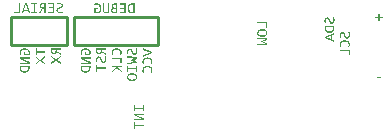
<source format=gbo>
G04*
G04 #@! TF.GenerationSoftware,Altium Limited,Altium Designer,25.4.2 (15)*
G04*
G04 Layer_Color=32896*
%FSLAX44Y44*%
%MOMM*%
G71*
G04*
G04 #@! TF.SameCoordinates,0B5DAD5C-0C0E-4793-B882-C7F6C3490101*
G04*
G04*
G04 #@! TF.FilePolarity,Positive*
G04*
G01*
G75*
%ADD14C,0.2540*%
G36*
X408760Y394341D02*
X409070Y394312D01*
X409338Y394256D01*
X409578Y394214D01*
X409775Y394157D01*
X409930Y394101D01*
X409987Y394087D01*
X410029Y394073D01*
X410043Y394059D01*
X410057D01*
X410311Y393932D01*
X410551Y393805D01*
X410762Y393664D01*
X410945Y393523D01*
X411100Y393396D01*
X411199Y393297D01*
X411270Y393227D01*
X411298Y393199D01*
X411481Y392973D01*
X411636Y392748D01*
X411777Y392508D01*
X411876Y392296D01*
X411974Y392099D01*
X412031Y391958D01*
X412059Y391902D01*
X412073Y391860D01*
X412087Y391831D01*
Y391817D01*
X412186Y391507D01*
X412256Y391197D01*
X412299Y390887D01*
X412327Y390605D01*
X412355Y390351D01*
Y390252D01*
X412369Y390154D01*
Y390083D01*
Y390027D01*
Y389999D01*
Y389985D01*
X412355Y389618D01*
X412327Y389266D01*
X412285Y388955D01*
X412242Y388702D01*
X412200Y388476D01*
X412172Y388392D01*
X412158Y388321D01*
X412144Y388265D01*
X412130Y388223D01*
X412115Y388194D01*
Y388180D01*
X412017Y387898D01*
X411890Y387645D01*
X411777Y387419D01*
X411650Y387236D01*
X411552Y387081D01*
X411467Y386968D01*
X411396Y386897D01*
X411382Y386869D01*
X411199Y386686D01*
X411002Y386531D01*
X410804Y386390D01*
X410621Y386277D01*
X410466Y386193D01*
X410339Y386136D01*
X410255Y386094D01*
X410241Y386080D01*
X410226D01*
X409958Y385995D01*
X409691Y385939D01*
X409437Y385882D01*
X409197Y385854D01*
X409000Y385840D01*
X408831Y385826D01*
X408690D01*
X408478Y385840D01*
X408295Y385854D01*
X408225D01*
X408168Y385868D01*
X408112D01*
X407900Y385896D01*
X407703Y385925D01*
X407632Y385939D01*
X407576D01*
X407534Y385953D01*
X407520D01*
X407294Y385995D01*
X407196Y386023D01*
X407111Y386052D01*
X407026Y386066D01*
X406970Y386080D01*
X406942Y386094D01*
X406928D01*
X406716Y386164D01*
X406533Y386249D01*
X406463Y386277D01*
X406406Y386305D01*
X406378Y386319D01*
X406364D01*
Y390563D01*
X409183D01*
Y389632D01*
X407477D01*
Y386996D01*
X407562Y386968D01*
X407632Y386940D01*
X407689Y386926D01*
X407717Y386912D01*
X407816Y386897D01*
X407900Y386869D01*
X407957Y386855D01*
X407985D01*
X408084Y386841D01*
X408182D01*
X408239Y386827D01*
X408521D01*
X408774Y386841D01*
X409000Y386855D01*
X409211Y386897D01*
X409395Y386940D01*
X409536Y386968D01*
X409648Y387010D01*
X409705Y387024D01*
X409733Y387038D01*
X409916Y387137D01*
X410071Y387236D01*
X410212Y387334D01*
X410339Y387447D01*
X410438Y387532D01*
X410508Y387602D01*
X410551Y387659D01*
X410565Y387673D01*
X410677Y387842D01*
X410776Y388011D01*
X410861Y388180D01*
X410931Y388349D01*
X410974Y388490D01*
X411016Y388603D01*
X411030Y388674D01*
X411044Y388702D01*
X411086Y388941D01*
X411129Y389167D01*
X411157Y389407D01*
X411171Y389618D01*
Y389801D01*
X411185Y389942D01*
Y389999D01*
Y390041D01*
Y390055D01*
Y390069D01*
X411171Y390337D01*
X411157Y390591D01*
X411129Y390816D01*
X411086Y391014D01*
X411058Y391169D01*
X411030Y391296D01*
X411016Y391366D01*
X411002Y391394D01*
X410931Y391620D01*
X410847Y391817D01*
X410748Y391986D01*
X410663Y392141D01*
X410593Y392254D01*
X410522Y392353D01*
X410480Y392409D01*
X410466Y392423D01*
X410325Y392579D01*
X410184Y392719D01*
X410043Y392832D01*
X409902Y392931D01*
X409789Y393001D01*
X409691Y393058D01*
X409634Y393086D01*
X409606Y393100D01*
X409409Y393185D01*
X409197Y393241D01*
X409000Y393283D01*
X408817Y393312D01*
X408662Y393326D01*
X408535Y393340D01*
X408210D01*
X408013Y393312D01*
X407844Y393297D01*
X407675Y393269D01*
X407548Y393241D01*
X407449Y393227D01*
X407393Y393199D01*
X407365D01*
X407012Y393086D01*
X406843Y393016D01*
X406702Y392959D01*
X406575Y392903D01*
X406491Y392860D01*
X406420Y392832D01*
X406406Y392818D01*
Y393946D01*
X406758Y394087D01*
X406914Y394143D01*
X407069Y394185D01*
X407196Y394214D01*
X407294Y394242D01*
X407351Y394256D01*
X407379D01*
X407759Y394312D01*
X407943Y394327D01*
X408098Y394341D01*
X408239Y394355D01*
X408436D01*
X408760Y394341D01*
D02*
G37*
G36*
X419249Y388645D02*
X419234Y388420D01*
X419220Y388194D01*
X419192Y387997D01*
X419164Y387828D01*
X419136Y387687D01*
X419122Y387588D01*
X419093Y387518D01*
Y387489D01*
X419023Y387306D01*
X418952Y387123D01*
X418868Y386982D01*
X418783Y386841D01*
X418713Y386742D01*
X418656Y386658D01*
X418614Y386601D01*
X418600Y386587D01*
X418459Y386460D01*
X418318Y386348D01*
X418177Y386249D01*
X418036Y386164D01*
X417909Y386108D01*
X417811Y386066D01*
X417754Y386037D01*
X417726Y386023D01*
X417514Y385953D01*
X417289Y385911D01*
X417077Y385868D01*
X416866Y385854D01*
X416683Y385840D01*
X416542Y385826D01*
X416415D01*
X416161Y385840D01*
X415922Y385854D01*
X415710Y385896D01*
X415527Y385939D01*
X415386Y385967D01*
X415273Y386009D01*
X415203Y386023D01*
X415174Y386037D01*
X414977Y386122D01*
X414794Y386221D01*
X414639Y386319D01*
X414512Y386418D01*
X414399Y386503D01*
X414329Y386573D01*
X414272Y386615D01*
X414258Y386629D01*
X414117Y386785D01*
X414004Y386940D01*
X413906Y387109D01*
X413821Y387250D01*
X413765Y387377D01*
X413722Y387489D01*
X413694Y387546D01*
X413680Y387574D01*
X413610Y387785D01*
X413567Y388011D01*
X413525Y388208D01*
X413511Y388406D01*
X413497Y388575D01*
X413483Y388702D01*
Y388786D01*
Y388801D01*
Y388815D01*
Y394228D01*
X414611D01*
Y388744D01*
X414625Y388406D01*
X414681Y388124D01*
X414752Y387870D01*
X414822Y387659D01*
X414907Y387489D01*
X414977Y387377D01*
X415033Y387306D01*
X415048Y387278D01*
X415231Y387109D01*
X415428Y386982D01*
X415654Y386897D01*
X415865Y386841D01*
X416063Y386799D01*
X416218Y386785D01*
X416288Y386771D01*
X416542D01*
X416697Y386785D01*
X416838Y386813D01*
X416965Y386841D01*
X417063Y386855D01*
X417134Y386883D01*
X417176Y386897D01*
X417190D01*
X417416Y387010D01*
X417514Y387066D01*
X417585Y387123D01*
X417655Y387179D01*
X417698Y387222D01*
X417726Y387250D01*
X417740Y387264D01*
X417867Y387475D01*
X417966Y387673D01*
X417994Y387757D01*
X418022Y387828D01*
X418036Y387870D01*
Y387884D01*
X418078Y388166D01*
X418107Y388307D01*
Y388448D01*
X418121Y388561D01*
Y388645D01*
Y388716D01*
Y388730D01*
Y394228D01*
X419249D01*
Y388645D01*
D02*
G37*
G36*
X440690Y385939D02*
X438632D01*
X438364Y385967D01*
X438124Y385981D01*
X437913Y386009D01*
X437744Y386037D01*
X437617Y386052D01*
X437532Y386080D01*
X437504D01*
X437279Y386136D01*
X437067Y386207D01*
X436884Y386277D01*
X436729Y386348D01*
X436602Y386404D01*
X436503Y386460D01*
X436433Y386489D01*
X436419Y386503D01*
X436249Y386601D01*
X436094Y386714D01*
X435953Y386827D01*
X435841Y386926D01*
X435742Y387010D01*
X435672Y387095D01*
X435629Y387137D01*
X435615Y387151D01*
X435390Y387447D01*
X435305Y387602D01*
X435234Y387729D01*
X435178Y387842D01*
X435136Y387926D01*
X435108Y387997D01*
X435093Y388011D01*
X434967Y388363D01*
X434910Y388533D01*
X434868Y388688D01*
X434840Y388829D01*
X434812Y388927D01*
X434798Y388998D01*
Y389026D01*
X434741Y389435D01*
X434727Y389632D01*
X434713Y389801D01*
X434699Y389956D01*
Y390069D01*
Y390140D01*
Y390168D01*
X434713Y390549D01*
X434741Y390887D01*
X434783Y391211D01*
X434854Y391521D01*
X434924Y391789D01*
X434995Y392043D01*
X435093Y392268D01*
X435178Y392466D01*
X435263Y392649D01*
X435347Y392804D01*
X435432Y392931D01*
X435502Y393044D01*
X435573Y393128D01*
X435615Y393185D01*
X435643Y393213D01*
X435657Y393227D01*
X435841Y393410D01*
X436052Y393551D01*
X436278Y393692D01*
X436517Y393805D01*
X436757Y393904D01*
X436997Y393988D01*
X437236Y394045D01*
X437462Y394101D01*
X437687Y394143D01*
X437899Y394171D01*
X438082Y394200D01*
X438237Y394214D01*
X438378Y394228D01*
X440690D01*
Y385939D01*
D02*
G37*
G36*
X432965D02*
X428242D01*
Y386897D01*
X431837D01*
Y389759D01*
X428383D01*
Y390718D01*
X431837D01*
Y393269D01*
X428242D01*
Y394228D01*
X432965D01*
Y385939D01*
D02*
G37*
G36*
X426086D02*
X423957D01*
X423689Y385953D01*
X423435Y385967D01*
X423210Y385995D01*
X423012Y386023D01*
X422857Y386052D01*
X422730Y386066D01*
X422660Y386094D01*
X422632D01*
X422406Y386164D01*
X422209Y386235D01*
X422040Y386319D01*
X421885Y386404D01*
X421772Y386460D01*
X421673Y386517D01*
X421617Y386559D01*
X421603Y386573D01*
X421448Y386700D01*
X421321Y386827D01*
X421208Y386968D01*
X421123Y387081D01*
X421053Y387193D01*
X420997Y387278D01*
X420968Y387334D01*
X420954Y387349D01*
X420870Y387532D01*
X420813Y387715D01*
X420771Y387898D01*
X420743Y388053D01*
X420729Y388208D01*
X420715Y388321D01*
Y388392D01*
Y388420D01*
X420743Y388702D01*
X420757Y388829D01*
X420785Y388941D01*
X420813Y389026D01*
X420827Y389096D01*
X420855Y389139D01*
Y389153D01*
X420968Y389393D01*
X421025Y389491D01*
X421081Y389576D01*
X421123Y389632D01*
X421166Y389689D01*
X421194Y389717D01*
X421208Y389731D01*
X421377Y389900D01*
X421546Y390013D01*
X421617Y390069D01*
X421673Y390097D01*
X421715Y390126D01*
X421730D01*
X421955Y390224D01*
X422152Y390295D01*
X422237Y390309D01*
X422308Y390323D01*
X422350Y390337D01*
X422364D01*
X422110Y390436D01*
X421899Y390549D01*
X421715Y390675D01*
X421575Y390788D01*
X421476Y390887D01*
X421391Y390971D01*
X421349Y391042D01*
X421335Y391056D01*
X421222Y391239D01*
X421152Y391437D01*
X421095Y391634D01*
X421053Y391817D01*
X421025Y391972D01*
X421011Y392099D01*
Y392184D01*
Y392198D01*
Y392212D01*
X421025Y392395D01*
X421039Y392564D01*
X421123Y392874D01*
X421264Y393142D01*
X421433Y393382D01*
X421645Y393579D01*
X421870Y393734D01*
X422124Y393875D01*
X422378Y393974D01*
X422632Y394059D01*
X422886Y394115D01*
X423111Y394171D01*
X423322Y394200D01*
X423492Y394214D01*
X423633Y394228D01*
X426086D01*
Y385939D01*
D02*
G37*
G36*
X372273Y386193D02*
X367550D01*
Y387151D01*
X371145D01*
Y390013D01*
X367691D01*
Y390972D01*
X371145D01*
Y393523D01*
X367550D01*
Y394482D01*
X372273D01*
Y386193D01*
D02*
G37*
G36*
X365309D02*
X364181D01*
Y389886D01*
X363660D01*
X363476Y389872D01*
X363335Y389858D01*
X363279Y389844D01*
X363237D01*
X363223Y389830D01*
X363209D01*
X363068Y389773D01*
X362955Y389731D01*
X362870Y389675D01*
X362856Y389661D01*
X362842D01*
X362715Y389562D01*
X362617Y389463D01*
X362560Y389379D01*
X362532Y389351D01*
Y389336D01*
X362419Y389181D01*
X362321Y389012D01*
X362292Y388942D01*
X362264Y388899D01*
X362236Y388857D01*
Y388843D01*
X360995Y386193D01*
X359712D01*
X361038Y388913D01*
X361136Y389083D01*
X361221Y389252D01*
X361306Y389379D01*
X361390Y389492D01*
X361446Y389590D01*
X361503Y389646D01*
X361531Y389689D01*
X361545Y389703D01*
X361644Y389816D01*
X361743Y389900D01*
X361841Y389985D01*
X361926Y390041D01*
X362010Y390084D01*
X362081Y390112D01*
X362123Y390140D01*
X362137D01*
X361982Y390182D01*
X361827Y390224D01*
X361700Y390281D01*
X361587Y390323D01*
X361503Y390365D01*
X361432Y390408D01*
X361390Y390422D01*
X361376Y390436D01*
X361150Y390605D01*
X361052Y390690D01*
X360967Y390760D01*
X360897Y390831D01*
X360854Y390887D01*
X360826Y390915D01*
X360812Y390929D01*
X360657Y391141D01*
X360558Y391352D01*
X360516Y391423D01*
X360488Y391493D01*
X360474Y391535D01*
Y391550D01*
X360403Y391818D01*
X360375Y391944D01*
X360361Y392057D01*
X360347Y392156D01*
Y392226D01*
Y392283D01*
Y392297D01*
Y392480D01*
X360375Y392635D01*
X360403Y392790D01*
X360432Y392917D01*
X360460Y393030D01*
X360488Y393114D01*
X360502Y393171D01*
X360516Y393185D01*
X360587Y393326D01*
X360657Y393467D01*
X360742Y393580D01*
X360826Y393678D01*
X360897Y393763D01*
X360953Y393819D01*
X360995Y393862D01*
X361009Y393876D01*
X361136Y393974D01*
X361277Y394059D01*
X361418Y394143D01*
X361559Y394200D01*
X361672Y394242D01*
X361771Y394285D01*
X361827Y394313D01*
X361855D01*
X362053Y394369D01*
X362264Y394411D01*
X362476Y394440D01*
X362673Y394468D01*
X362842D01*
X362969Y394482D01*
X365309D01*
Y386193D01*
D02*
G37*
G36*
X358162Y393523D02*
X356245D01*
Y387151D01*
X358162D01*
Y386193D01*
X353186D01*
Y387151D01*
X355103D01*
Y393523D01*
X353186D01*
Y394482D01*
X358162D01*
Y393523D01*
D02*
G37*
G36*
X352044Y386193D02*
X350874D01*
X350296Y387997D01*
X346828D01*
X346250Y386193D01*
X345023D01*
X347744Y394482D01*
X349295D01*
X352044Y386193D01*
D02*
G37*
G36*
X343473D02*
X338694D01*
Y387151D01*
X342331D01*
Y394482D01*
X343473D01*
Y386193D01*
D02*
G37*
G36*
X377094Y394595D02*
X377362Y394580D01*
X377602Y394552D01*
X377813Y394510D01*
X377982Y394468D01*
X378095Y394440D01*
X378180Y394425D01*
X378208Y394411D01*
X378419Y394327D01*
X378602Y394242D01*
X378772Y394158D01*
X378899Y394073D01*
X379011Y394002D01*
X379096Y393946D01*
X379152Y393904D01*
X379166Y393890D01*
X379293Y393763D01*
X379406Y393636D01*
X379505Y393509D01*
X379575Y393396D01*
X379632Y393298D01*
X379688Y393227D01*
X379702Y393171D01*
X379716Y393157D01*
X379772Y393002D01*
X379815Y392847D01*
X379843Y392706D01*
X379857Y392579D01*
X379871Y392466D01*
X379885Y392381D01*
Y392325D01*
Y392311D01*
X379871Y392142D01*
X379857Y391973D01*
X379829Y391832D01*
X379787Y391705D01*
X379758Y391606D01*
X379730Y391535D01*
X379716Y391479D01*
X379702Y391465D01*
X379547Y391225D01*
X379462Y391113D01*
X379392Y391028D01*
X379321Y390943D01*
X379265Y390887D01*
X379237Y390859D01*
X379223Y390845D01*
X378983Y390662D01*
X378856Y390591D01*
X378758Y390521D01*
X378659Y390464D01*
X378588Y390436D01*
X378532Y390408D01*
X378518Y390394D01*
X378222Y390253D01*
X378095Y390196D01*
X377968Y390140D01*
X377869Y390098D01*
X377799Y390055D01*
X377743Y390041D01*
X377729Y390027D01*
X377432Y389914D01*
X377291Y389858D01*
X377179Y389816D01*
X377066Y389773D01*
X376995Y389745D01*
X376939Y389731D01*
X376925Y389717D01*
X376643Y389590D01*
X376530Y389534D01*
X376432Y389477D01*
X376347Y389435D01*
X376291Y389393D01*
X376248Y389379D01*
X376234Y389365D01*
X376023Y389224D01*
X375938Y389153D01*
X375868Y389083D01*
X375811Y389026D01*
X375769Y388984D01*
X375755Y388956D01*
X375741Y388942D01*
X375670Y388843D01*
X375628Y388758D01*
X375572Y388575D01*
X375558Y388491D01*
X375543Y388434D01*
Y388392D01*
Y388378D01*
X375558Y388166D01*
X375572Y388068D01*
X375600Y387983D01*
X375614Y387913D01*
X375642Y387856D01*
X375656Y387828D01*
Y387814D01*
X375755Y387645D01*
X375882Y387518D01*
X375938Y387476D01*
X375980Y387433D01*
X376009Y387419D01*
X376023Y387405D01*
X376220Y387306D01*
X376418Y387222D01*
X376516Y387208D01*
X376572Y387180D01*
X376629Y387165D01*
X376643D01*
X376798Y387137D01*
X376953Y387123D01*
X377108Y387095D01*
X377249D01*
X377376Y387081D01*
X377855D01*
X378109Y387095D01*
X378335Y387109D01*
X378532Y387137D01*
X378701Y387151D01*
X378828Y387165D01*
X378899Y387180D01*
X378927D01*
X379138Y387222D01*
X379336Y387264D01*
X379519Y387306D01*
X379674Y387363D01*
X379801Y387405D01*
X379899Y387433D01*
X379956Y387447D01*
X379984Y387462D01*
Y386376D01*
X379815Y386334D01*
X379660Y386292D01*
X379603Y386277D01*
X379547Y386263D01*
X379519Y386249D01*
X379505D01*
X379307Y386221D01*
X379124Y386193D01*
X379054D01*
X378997Y386179D01*
X378941D01*
X378715Y386151D01*
X378518Y386122D01*
X378433D01*
X378377Y386108D01*
X378321D01*
X378067Y386094D01*
X377968D01*
X377855Y386080D01*
X377390D01*
X377136Y386108D01*
X376911Y386122D01*
X376713Y386151D01*
X376544Y386179D01*
X376418Y386193D01*
X376347Y386221D01*
X376319D01*
X376093Y386277D01*
X375896Y386348D01*
X375727Y386418D01*
X375572Y386489D01*
X375459Y386559D01*
X375360Y386616D01*
X375304Y386644D01*
X375290Y386658D01*
X375135Y386771D01*
X374994Y386898D01*
X374881Y387024D01*
X374782Y387137D01*
X374712Y387236D01*
X374655Y387321D01*
X374627Y387377D01*
X374613Y387391D01*
X374529Y387560D01*
X374472Y387743D01*
X374416Y387927D01*
X374388Y388082D01*
X374373Y388223D01*
X374359Y388335D01*
Y388406D01*
Y388434D01*
X374373Y388618D01*
X374388Y388773D01*
X374416Y388928D01*
X374458Y389054D01*
X374500Y389153D01*
X374529Y389224D01*
X374543Y389280D01*
X374557Y389294D01*
X374712Y389548D01*
X374796Y389661D01*
X374867Y389745D01*
X374937Y389830D01*
X374994Y389886D01*
X375036Y389914D01*
X375050Y389929D01*
X375276Y390112D01*
X375501Y390267D01*
X375600Y390323D01*
X375670Y390365D01*
X375727Y390380D01*
X375741Y390394D01*
X376037Y390535D01*
X376164Y390591D01*
X376291Y390647D01*
X376389Y390690D01*
X376474Y390718D01*
X376530Y390746D01*
X376544D01*
X376840Y390873D01*
X376967Y390929D01*
X377080Y390972D01*
X377193Y391014D01*
X377263Y391042D01*
X377320Y391070D01*
X377334D01*
X377616Y391183D01*
X377729Y391240D01*
X377827Y391296D01*
X377926Y391338D01*
X377982Y391381D01*
X378024Y391395D01*
X378039Y391409D01*
X378236Y391564D01*
X378391Y391705D01*
X378447Y391761D01*
X378490Y391803D01*
X378504Y391832D01*
X378518Y391846D01*
X378574Y391944D01*
X378617Y392043D01*
X378673Y392226D01*
X378687Y392311D01*
X378701Y392367D01*
Y392410D01*
Y392424D01*
X378687Y392621D01*
X378631Y392790D01*
X378560Y392945D01*
X378476Y393072D01*
X378391Y393171D01*
X378321Y393241D01*
X378264Y393284D01*
X378250Y393298D01*
X378053Y393410D01*
X377841Y393495D01*
X377602Y393551D01*
X377362Y393594D01*
X377150Y393622D01*
X376981Y393636D01*
X376826D01*
X376488Y393622D01*
X376319Y393608D01*
X376178Y393594D01*
X376051Y393580D01*
X375966Y393565D01*
X375896Y393551D01*
X375882D01*
X375515Y393495D01*
X375346Y393453D01*
X375205Y393424D01*
X375078Y393396D01*
X374980Y393382D01*
X374923Y393354D01*
X374895D01*
Y394369D01*
X375050Y394397D01*
X375205Y394425D01*
X375261Y394440D01*
X375318Y394454D01*
X375360D01*
X375543Y394482D01*
X375699Y394510D01*
X375755D01*
X375811Y394524D01*
X375854D01*
X376037Y394552D01*
X376192Y394566D01*
X376262Y394580D01*
X376347D01*
X376516Y394595D01*
X376657Y394609D01*
X376798D01*
X377094Y394595D01*
D02*
G37*
G36*
X649332Y331216D02*
X645540D01*
Y332259D01*
X649332D01*
Y331216D01*
D02*
G37*
G36*
X647979Y382520D02*
X650474D01*
Y381562D01*
X647979D01*
Y378968D01*
X646893D01*
Y381562D01*
X644398D01*
Y382520D01*
X646879D01*
Y385086D01*
X647979D01*
Y382520D01*
D02*
G37*
G36*
X622504Y369903D02*
X622546Y369748D01*
X622561Y369692D01*
X622575Y369635D01*
X622589Y369607D01*
Y369593D01*
X622617Y369396D01*
X622645Y369212D01*
Y369142D01*
X622659Y369086D01*
Y369029D01*
X622687Y368804D01*
X622715Y368606D01*
Y368522D01*
X622730Y368465D01*
Y368409D01*
X622744Y368155D01*
Y368056D01*
X622758Y367944D01*
Y367478D01*
X622730Y367225D01*
X622715Y366999D01*
X622687Y366802D01*
X622659Y366633D01*
X622645Y366506D01*
X622617Y366435D01*
Y366407D01*
X622561Y366182D01*
X622490Y365984D01*
X622420Y365815D01*
X622349Y365660D01*
X622279Y365547D01*
X622222Y365448D01*
X622194Y365392D01*
X622180Y365378D01*
X622067Y365223D01*
X621940Y365082D01*
X621813Y364969D01*
X621701Y364870D01*
X621602Y364800D01*
X621517Y364744D01*
X621461Y364715D01*
X621447Y364701D01*
X621278Y364617D01*
X621094Y364560D01*
X620911Y364504D01*
X620756Y364476D01*
X620615Y364462D01*
X620502Y364448D01*
X620432D01*
X620404D01*
X620220Y364462D01*
X620065Y364476D01*
X619910Y364504D01*
X619783Y364546D01*
X619685Y364589D01*
X619614Y364617D01*
X619558Y364631D01*
X619544Y364645D01*
X619290Y364800D01*
X619177Y364885D01*
X619093Y364955D01*
X619008Y365026D01*
X618952Y365082D01*
X618923Y365124D01*
X618909Y365138D01*
X618726Y365364D01*
X618571Y365589D01*
X618515Y365688D01*
X618472Y365759D01*
X618458Y365815D01*
X618444Y365829D01*
X618303Y366125D01*
X618247Y366252D01*
X618190Y366379D01*
X618148Y366478D01*
X618120Y366562D01*
X618092Y366619D01*
Y366633D01*
X617965Y366929D01*
X617908Y367056D01*
X617866Y367168D01*
X617824Y367281D01*
X617796Y367352D01*
X617767Y367408D01*
Y367422D01*
X617655Y367704D01*
X617598Y367817D01*
X617542Y367915D01*
X617500Y368014D01*
X617457Y368071D01*
X617443Y368113D01*
X617429Y368127D01*
X617274Y368324D01*
X617133Y368479D01*
X617077Y368536D01*
X617034Y368578D01*
X617006Y368592D01*
X616992Y368606D01*
X616894Y368663D01*
X616795Y368705D01*
X616612Y368761D01*
X616527Y368775D01*
X616470Y368789D01*
X616428D01*
X616414D01*
X616217Y368775D01*
X616048Y368719D01*
X615893Y368648D01*
X615766Y368564D01*
X615667Y368479D01*
X615597Y368409D01*
X615554Y368353D01*
X615540Y368338D01*
X615427Y368141D01*
X615343Y367930D01*
X615286Y367690D01*
X615244Y367450D01*
X615216Y367239D01*
X615202Y367070D01*
Y366915D01*
X615216Y366576D01*
X615230Y366407D01*
X615244Y366266D01*
X615258Y366139D01*
X615272Y366055D01*
X615286Y365984D01*
Y365970D01*
X615343Y365604D01*
X615385Y365434D01*
X615413Y365294D01*
X615442Y365167D01*
X615456Y365068D01*
X615484Y365011D01*
Y364983D01*
X614469D01*
X614441Y365138D01*
X614412Y365294D01*
X614398Y365350D01*
X614384Y365406D01*
Y365448D01*
X614356Y365632D01*
X614328Y365787D01*
Y365843D01*
X614314Y365900D01*
Y365942D01*
X614286Y366125D01*
X614271Y366280D01*
X614257Y366351D01*
Y366435D01*
X614243Y366604D01*
X614229Y366745D01*
Y366886D01*
X614243Y367183D01*
X614257Y367450D01*
X614286Y367690D01*
X614328Y367901D01*
X614370Y368071D01*
X614398Y368183D01*
X614412Y368268D01*
X614426Y368296D01*
X614511Y368508D01*
X614596Y368691D01*
X614680Y368860D01*
X614765Y368987D01*
X614835Y369100D01*
X614892Y369184D01*
X614934Y369241D01*
X614948Y369255D01*
X615075Y369382D01*
X615202Y369494D01*
X615329Y369593D01*
X615442Y369664D01*
X615540Y369720D01*
X615611Y369776D01*
X615667Y369790D01*
X615681Y369804D01*
X615836Y369861D01*
X615991Y369903D01*
X616132Y369931D01*
X616259Y369945D01*
X616372Y369960D01*
X616456Y369974D01*
X616513D01*
X616527D01*
X616696Y369960D01*
X616865Y369945D01*
X617006Y369917D01*
X617133Y369875D01*
X617232Y369847D01*
X617302Y369819D01*
X617359Y369804D01*
X617373Y369790D01*
X617612Y369635D01*
X617725Y369551D01*
X617810Y369480D01*
X617894Y369410D01*
X617951Y369353D01*
X617979Y369325D01*
X617993Y369311D01*
X618176Y369071D01*
X618247Y368945D01*
X618317Y368846D01*
X618374Y368747D01*
X618402Y368677D01*
X618430Y368620D01*
X618444Y368606D01*
X618585Y368310D01*
X618642Y368183D01*
X618698Y368056D01*
X618740Y367958D01*
X618783Y367887D01*
X618797Y367831D01*
X618811Y367817D01*
X618923Y367521D01*
X618980Y367380D01*
X619022Y367267D01*
X619064Y367154D01*
X619093Y367084D01*
X619107Y367027D01*
X619121Y367013D01*
X619248Y366731D01*
X619304Y366619D01*
X619360Y366520D01*
X619403Y366435D01*
X619445Y366379D01*
X619459Y366337D01*
X619473Y366323D01*
X619614Y366111D01*
X619685Y366026D01*
X619755Y365956D01*
X619812Y365900D01*
X619854Y365857D01*
X619882Y365843D01*
X619896Y365829D01*
X619995Y365759D01*
X620079Y365716D01*
X620263Y365660D01*
X620347Y365646D01*
X620404Y365632D01*
X620446D01*
X620460D01*
X620672Y365646D01*
X620770Y365660D01*
X620855Y365688D01*
X620925Y365702D01*
X620982Y365731D01*
X621010Y365745D01*
X621024D01*
X621193Y365843D01*
X621320Y365970D01*
X621362Y366026D01*
X621404Y366069D01*
X621419Y366097D01*
X621433Y366111D01*
X621531Y366308D01*
X621616Y366506D01*
X621630Y366604D01*
X621658Y366661D01*
X621672Y366717D01*
Y366731D01*
X621701Y366886D01*
X621715Y367042D01*
X621743Y367197D01*
Y367337D01*
X621757Y367464D01*
Y367944D01*
X621743Y368197D01*
X621729Y368423D01*
X621701Y368620D01*
X621686Y368789D01*
X621672Y368916D01*
X621658Y368987D01*
Y369015D01*
X621616Y369226D01*
X621574Y369424D01*
X621531Y369607D01*
X621475Y369762D01*
X621433Y369889D01*
X621404Y369988D01*
X621390Y370044D01*
X621376Y370072D01*
X622462D01*
X622504Y369903D01*
D02*
G37*
G36*
X618966Y363038D02*
X619318Y363010D01*
X619642Y362967D01*
X619953Y362911D01*
X620220Y362841D01*
X620474Y362756D01*
X620714Y362671D01*
X620911Y362587D01*
X621094Y362502D01*
X621264Y362418D01*
X621390Y362333D01*
X621503Y362263D01*
X621588Y362206D01*
X621644Y362164D01*
X621686Y362136D01*
X621701Y362122D01*
X621884Y361938D01*
X622039Y361727D01*
X622180Y361516D01*
X622307Y361304D01*
X622405Y361078D01*
X622490Y360853D01*
X622561Y360627D01*
X622617Y360416D01*
X622659Y360204D01*
X622687Y360021D01*
X622715Y359852D01*
X622730Y359711D01*
Y359584D01*
X622744Y359486D01*
Y359415D01*
X622730Y359006D01*
X622673Y358626D01*
X622617Y358273D01*
X622532Y357949D01*
X622504Y357808D01*
X622462Y357695D01*
X622434Y357582D01*
X622391Y357484D01*
X622377Y357413D01*
X622349Y357357D01*
X622335Y357329D01*
Y357315D01*
X621264D01*
X621419Y357667D01*
X621475Y357822D01*
X621517Y357963D01*
X621560Y358090D01*
X621588Y358189D01*
X621616Y358245D01*
Y358273D01*
X621686Y358640D01*
X621701Y358809D01*
X621715Y358964D01*
X621729Y359091D01*
Y359288D01*
X621715Y359514D01*
X621686Y359739D01*
X621658Y359937D01*
X621602Y360120D01*
X621545Y360289D01*
X621475Y360458D01*
X621390Y360599D01*
X621320Y360726D01*
X621249Y360839D01*
X621165Y360938D01*
X621094Y361022D01*
X621038Y361078D01*
X620982Y361135D01*
X620939Y361177D01*
X620925Y361191D01*
X620911Y361205D01*
X620742Y361318D01*
X620573Y361417D01*
X620192Y361586D01*
X619783Y361699D01*
X619389Y361769D01*
X619205Y361797D01*
X619036Y361826D01*
X618881Y361840D01*
X618754D01*
X618642Y361854D01*
X618557D01*
X618501D01*
X618486D01*
X618204Y361840D01*
X617951Y361826D01*
X617725Y361797D01*
X617528Y361769D01*
X617359Y361741D01*
X617232Y361713D01*
X617161Y361685D01*
X617133D01*
X616922Y361614D01*
X616724Y361530D01*
X616541Y361445D01*
X616400Y361360D01*
X616273Y361290D01*
X616189Y361233D01*
X616132Y361191D01*
X616118Y361177D01*
X615963Y361050D01*
X615836Y360909D01*
X615723Y360768D01*
X615639Y360641D01*
X615568Y360543D01*
X615512Y360444D01*
X615484Y360388D01*
X615470Y360374D01*
X615399Y360190D01*
X615343Y360007D01*
X615300Y359824D01*
X615272Y359669D01*
X615258Y359528D01*
X615244Y359415D01*
Y359105D01*
X615272Y358908D01*
X615286Y358724D01*
X615315Y358569D01*
X615343Y358442D01*
X615357Y358344D01*
X615385Y358287D01*
Y358259D01*
X615498Y357907D01*
X615554Y357752D01*
X615611Y357611D01*
X615667Y357484D01*
X615709Y357399D01*
X615737Y357329D01*
X615752Y357315D01*
X614638D01*
X614511Y357667D01*
X614455Y357822D01*
X614412Y357963D01*
X614384Y358090D01*
X614356Y358189D01*
X614342Y358245D01*
Y358273D01*
X614286Y358654D01*
X614271Y358823D01*
X614257Y358992D01*
X614243Y359133D01*
Y359344D01*
X614257Y359655D01*
X614286Y359951D01*
X614342Y360219D01*
X614398Y360444D01*
X614455Y360627D01*
X614511Y360768D01*
X614525Y360825D01*
X614539Y360867D01*
X614553Y360881D01*
Y360895D01*
X614680Y361135D01*
X614821Y361360D01*
X614962Y361558D01*
X615103Y361727D01*
X615230Y361868D01*
X615329Y361981D01*
X615399Y362037D01*
X615427Y362065D01*
X615639Y362234D01*
X615878Y362375D01*
X616104Y362502D01*
X616315Y362615D01*
X616513Y362686D01*
X616654Y362756D01*
X616710Y362770D01*
X616753Y362784D01*
X616781Y362798D01*
X616795D01*
X617105Y362883D01*
X617415Y362939D01*
X617725Y362996D01*
X617993Y363024D01*
X618233Y363038D01*
X618345D01*
X618430Y363052D01*
X618501D01*
X618557D01*
X618585D01*
X618599D01*
X618966Y363038D01*
D02*
G37*
G36*
X622645Y350224D02*
X621686D01*
Y353861D01*
X614356D01*
Y355003D01*
X622645D01*
Y350224D01*
D02*
G37*
G36*
X609600Y382355D02*
X609642Y382200D01*
X609657Y382143D01*
X609671Y382087D01*
X609685Y382059D01*
Y382045D01*
X609713Y381847D01*
X609741Y381664D01*
Y381594D01*
X609755Y381537D01*
Y381481D01*
X609784Y381255D01*
X609812Y381058D01*
Y380973D01*
X609826Y380917D01*
Y380861D01*
X609840Y380607D01*
Y380508D01*
X609854Y380395D01*
Y379930D01*
X609826Y379676D01*
X609812Y379451D01*
X609784Y379254D01*
X609755Y379084D01*
X609741Y378957D01*
X609713Y378887D01*
Y378859D01*
X609657Y378633D01*
X609586Y378436D01*
X609516Y378267D01*
X609445Y378112D01*
X609375Y377999D01*
X609318Y377900D01*
X609290Y377844D01*
X609276Y377830D01*
X609163Y377675D01*
X609036Y377534D01*
X608909Y377421D01*
X608797Y377322D01*
X608698Y377252D01*
X608614Y377195D01*
X608557Y377167D01*
X608543Y377153D01*
X608374Y377068D01*
X608191Y377012D01*
X608007Y376956D01*
X607852Y376927D01*
X607711Y376913D01*
X607598Y376899D01*
X607528D01*
X607500D01*
X607317Y376913D01*
X607161Y376927D01*
X607006Y376956D01*
X606880Y376998D01*
X606781Y377040D01*
X606710Y377068D01*
X606654Y377083D01*
X606640Y377097D01*
X606386Y377252D01*
X606273Y377336D01*
X606189Y377407D01*
X606104Y377477D01*
X606048Y377534D01*
X606020Y377576D01*
X606006Y377590D01*
X605822Y377816D01*
X605667Y378041D01*
X605611Y378140D01*
X605569Y378210D01*
X605554Y378267D01*
X605540Y378281D01*
X605399Y378577D01*
X605343Y378704D01*
X605287Y378831D01*
X605244Y378929D01*
X605216Y379014D01*
X605188Y379070D01*
Y379084D01*
X605061Y379380D01*
X605005Y379507D01*
X604962Y379620D01*
X604920Y379733D01*
X604892Y379803D01*
X604864Y379860D01*
Y379874D01*
X604751Y380156D01*
X604695Y380269D01*
X604638Y380367D01*
X604596Y380466D01*
X604553Y380522D01*
X604539Y380564D01*
X604525Y380579D01*
X604370Y380776D01*
X604229Y380931D01*
X604173Y380987D01*
X604131Y381030D01*
X604102Y381044D01*
X604088Y381058D01*
X603990Y381114D01*
X603891Y381157D01*
X603708Y381213D01*
X603623Y381227D01*
X603567Y381241D01*
X603524D01*
X603510D01*
X603313Y381227D01*
X603144Y381171D01*
X602989Y381100D01*
X602862Y381016D01*
X602763Y380931D01*
X602693Y380861D01*
X602650Y380804D01*
X602636Y380790D01*
X602524Y380593D01*
X602439Y380381D01*
X602383Y380142D01*
X602340Y379902D01*
X602312Y379691D01*
X602298Y379521D01*
Y379366D01*
X602312Y379028D01*
X602326Y378859D01*
X602340Y378718D01*
X602354Y378591D01*
X602369Y378506D01*
X602383Y378436D01*
Y378422D01*
X602439Y378055D01*
X602481Y377886D01*
X602509Y377745D01*
X602538Y377618D01*
X602552Y377520D01*
X602580Y377463D01*
Y377435D01*
X601565D01*
X601537Y377590D01*
X601509Y377745D01*
X601494Y377802D01*
X601480Y377858D01*
Y377900D01*
X601452Y378083D01*
X601424Y378238D01*
Y378295D01*
X601410Y378351D01*
Y378394D01*
X601382Y378577D01*
X601368Y378732D01*
X601353Y378802D01*
Y378887D01*
X601339Y379056D01*
X601325Y379197D01*
Y379338D01*
X601339Y379634D01*
X601353Y379902D01*
X601382Y380142D01*
X601424Y380353D01*
X601466Y380522D01*
X601494Y380635D01*
X601509Y380720D01*
X601523Y380748D01*
X601607Y380959D01*
X601692Y381143D01*
X601776Y381312D01*
X601861Y381438D01*
X601931Y381551D01*
X601988Y381636D01*
X602030Y381692D01*
X602044Y381706D01*
X602171Y381833D01*
X602298Y381946D01*
X602425Y382045D01*
X602538Y382115D01*
X602636Y382172D01*
X602707Y382228D01*
X602763Y382242D01*
X602777Y382256D01*
X602932Y382313D01*
X603087Y382355D01*
X603228Y382383D01*
X603355Y382397D01*
X603468Y382411D01*
X603553Y382425D01*
X603609D01*
X603623D01*
X603792Y382411D01*
X603961Y382397D01*
X604102Y382369D01*
X604229Y382327D01*
X604328Y382298D01*
X604398Y382270D01*
X604455Y382256D01*
X604469Y382242D01*
X604709Y382087D01*
X604821Y382002D01*
X604906Y381932D01*
X604991Y381861D01*
X605047Y381805D01*
X605075Y381777D01*
X605089Y381763D01*
X605272Y381523D01*
X605343Y381396D01*
X605413Y381298D01*
X605470Y381199D01*
X605498Y381128D01*
X605526Y381072D01*
X605540Y381058D01*
X605681Y380762D01*
X605738Y380635D01*
X605794Y380508D01*
X605836Y380410D01*
X605879Y380339D01*
X605893Y380283D01*
X605907Y380269D01*
X606020Y379972D01*
X606076Y379832D01*
X606118Y379719D01*
X606161Y379606D01*
X606189Y379535D01*
X606203Y379479D01*
X606217Y379465D01*
X606344Y379183D01*
X606400Y379070D01*
X606457Y378972D01*
X606499Y378887D01*
X606541Y378831D01*
X606555Y378788D01*
X606569Y378774D01*
X606710Y378563D01*
X606781Y378478D01*
X606851Y378408D01*
X606908Y378351D01*
X606950Y378309D01*
X606978Y378295D01*
X606992Y378281D01*
X607091Y378210D01*
X607176Y378168D01*
X607359Y378112D01*
X607443Y378097D01*
X607500Y378083D01*
X607542D01*
X607556D01*
X607768Y378097D01*
X607866Y378112D01*
X607951Y378140D01*
X608021Y378154D01*
X608078Y378182D01*
X608106Y378196D01*
X608120D01*
X608289Y378295D01*
X608416Y378422D01*
X608458Y378478D01*
X608501Y378521D01*
X608515Y378549D01*
X608529Y378563D01*
X608628Y378760D01*
X608712Y378957D01*
X608726Y379056D01*
X608754Y379113D01*
X608769Y379169D01*
Y379183D01*
X608797Y379338D01*
X608811Y379493D01*
X608839Y379648D01*
Y379789D01*
X608853Y379916D01*
Y380395D01*
X608839Y380649D01*
X608825Y380875D01*
X608797Y381072D01*
X608783Y381241D01*
X608769Y381368D01*
X608754Y381438D01*
Y381467D01*
X608712Y381678D01*
X608670Y381875D01*
X608628Y382059D01*
X608571Y382214D01*
X608529Y382341D01*
X608501Y382439D01*
X608487Y382496D01*
X608473Y382524D01*
X609558D01*
X609600Y382355D01*
D02*
G37*
G36*
X609741Y373333D02*
X609713Y373065D01*
X609699Y372825D01*
X609671Y372614D01*
X609642Y372445D01*
X609628Y372318D01*
X609600Y372233D01*
Y372205D01*
X609544Y371979D01*
X609473Y371768D01*
X609403Y371585D01*
X609332Y371430D01*
X609276Y371303D01*
X609220Y371204D01*
X609191Y371134D01*
X609177Y371119D01*
X609079Y370950D01*
X608966Y370795D01*
X608853Y370654D01*
X608754Y370542D01*
X608670Y370443D01*
X608585Y370372D01*
X608543Y370330D01*
X608529Y370316D01*
X608233Y370090D01*
X608078Y370006D01*
X607951Y369935D01*
X607838Y369879D01*
X607753Y369837D01*
X607683Y369809D01*
X607669Y369794D01*
X607317Y369668D01*
X607147Y369611D01*
X606992Y369569D01*
X606851Y369541D01*
X606753Y369512D01*
X606682Y369498D01*
X606654D01*
X606245Y369442D01*
X606048Y369428D01*
X605879Y369414D01*
X605724Y369400D01*
X605611D01*
X605540D01*
X605512D01*
X605131Y369414D01*
X604793Y369442D01*
X604469Y369484D01*
X604159Y369555D01*
X603891Y369625D01*
X603637Y369696D01*
X603412Y369794D01*
X603214Y369879D01*
X603031Y369964D01*
X602876Y370048D01*
X602749Y370133D01*
X602636Y370203D01*
X602552Y370274D01*
X602495Y370316D01*
X602467Y370344D01*
X602453Y370358D01*
X602270Y370542D01*
X602129Y370753D01*
X601988Y370979D01*
X601875Y371218D01*
X601776Y371458D01*
X601692Y371698D01*
X601635Y371937D01*
X601579Y372163D01*
X601537Y372388D01*
X601509Y372600D01*
X601480Y372783D01*
X601466Y372938D01*
X601452Y373079D01*
Y375391D01*
X609741D01*
Y373333D01*
D02*
G37*
G36*
Y367708D02*
X607937Y367130D01*
Y363662D01*
X609741Y363084D01*
Y361858D01*
X601452Y364579D01*
Y366129D01*
X609741Y368878D01*
Y367708D01*
D02*
G37*
G36*
X448564Y302872D02*
X447605D01*
Y304789D01*
X441233D01*
Y302872D01*
X440275D01*
Y307848D01*
X441233D01*
Y305931D01*
X447605D01*
Y307848D01*
X448564D01*
Y302872D01*
D02*
G37*
G36*
Y299897D02*
X445914D01*
X441727D01*
X443390Y299235D01*
X448564Y296923D01*
Y295386D01*
X440275D01*
Y296514D01*
X442629D01*
X447070D01*
X445181Y297318D01*
X440275Y299517D01*
Y301025D01*
X448564D01*
Y299897D01*
D02*
G37*
G36*
X441233Y291636D02*
X448564D01*
Y290495D01*
X441233D01*
Y288042D01*
X440275D01*
Y294089D01*
X441233D01*
Y291636D01*
D02*
G37*
G36*
X552845Y373681D02*
X551887D01*
Y377318D01*
X544556D01*
Y378460D01*
X552845D01*
Y373681D01*
D02*
G37*
G36*
X549095Y372412D02*
X549434Y372398D01*
X549744Y372370D01*
X549998Y372328D01*
X550223Y372300D01*
X550308Y372285D01*
X550378Y372271D01*
X550435Y372257D01*
X550477D01*
X550505Y372243D01*
X550519D01*
X550801Y372159D01*
X551055Y372074D01*
X551281Y371975D01*
X551478Y371891D01*
X551633Y371806D01*
X551746Y371736D01*
X551816Y371679D01*
X551844Y371665D01*
X552028Y371510D01*
X552197Y371341D01*
X552338Y371186D01*
X552465Y371017D01*
X552549Y370890D01*
X552620Y370777D01*
X552662Y370707D01*
X552676Y370678D01*
X552775Y370453D01*
X552845Y370213D01*
X552887Y369974D01*
X552916Y369762D01*
X552944Y369565D01*
X552958Y369424D01*
Y369283D01*
X552944Y369043D01*
X552916Y368804D01*
X552873Y368592D01*
X552831Y368409D01*
X552789Y368254D01*
X552747Y368127D01*
X552718Y368056D01*
X552704Y368028D01*
X552592Y367803D01*
X552479Y367605D01*
X552352Y367436D01*
X552225Y367281D01*
X552112Y367154D01*
X552014Y367056D01*
X551957Y366999D01*
X551929Y366985D01*
X551717Y366830D01*
X551492Y366675D01*
X551266Y366562D01*
X551055Y366449D01*
X550858Y366379D01*
X550717Y366308D01*
X550660Y366294D01*
X550618Y366280D01*
X550590Y366266D01*
X550576D01*
X550251Y366181D01*
X549927Y366111D01*
X549603Y366069D01*
X549307Y366026D01*
X549039Y366012D01*
X548926D01*
X548828Y365998D01*
X548757D01*
X548687D01*
X548658D01*
X548644D01*
X548292Y366012D01*
X547954Y366026D01*
X547658Y366055D01*
X547404Y366097D01*
X547192Y366139D01*
X547108Y366153D01*
X547037Y366167D01*
X546967Y366181D01*
X546925D01*
X546910Y366196D01*
X546896D01*
X546614Y366280D01*
X546361Y366365D01*
X546135Y366464D01*
X545938Y366562D01*
X545783Y366647D01*
X545670Y366717D01*
X545599Y366774D01*
X545571Y366788D01*
X545374Y366943D01*
X545205Y367112D01*
X545064Y367267D01*
X544937Y367422D01*
X544852Y367563D01*
X544782Y367676D01*
X544739Y367746D01*
X544725Y367775D01*
X544627Y368000D01*
X544556Y368240D01*
X544500Y368465D01*
X544472Y368691D01*
X544443Y368874D01*
X544429Y369029D01*
Y369156D01*
X544443Y369410D01*
X544472Y369635D01*
X544514Y369861D01*
X544556Y370044D01*
X544613Y370199D01*
X544655Y370326D01*
X544683Y370396D01*
X544697Y370425D01*
X544810Y370636D01*
X544923Y370834D01*
X545064Y371017D01*
X545191Y371172D01*
X545303Y371299D01*
X545402Y371383D01*
X545458Y371454D01*
X545487Y371468D01*
X545698Y371623D01*
X545910Y371764D01*
X546135Y371891D01*
X546347Y371990D01*
X546544Y372074D01*
X546685Y372130D01*
X546741Y372145D01*
X546783Y372159D01*
X546812Y372173D01*
X546826D01*
X547136Y372257D01*
X547474Y372314D01*
X547784Y372370D01*
X548094Y372398D01*
X548348Y372412D01*
X548461D01*
X548560Y372426D01*
X548630D01*
X548701D01*
X548729D01*
X548743D01*
X549095Y372412D01*
D02*
G37*
G36*
X552845Y364786D02*
Y363376D01*
X549969Y362432D01*
X548940Y362122D01*
X549899Y361840D01*
X552845Y360811D01*
Y359344D01*
X544556Y358781D01*
Y359796D01*
X550618Y360134D01*
X551746Y360162D01*
X550660Y360543D01*
X547347Y361699D01*
Y362474D01*
X550435Y363489D01*
X551746Y363884D01*
X550209Y363982D01*
X544556Y364292D01*
Y365364D01*
X552845Y364786D01*
D02*
G37*
G36*
X455577Y353459D02*
Y351936D01*
X447288Y349117D01*
Y350329D01*
X452885Y352119D01*
X454520Y352641D01*
X452885Y353148D01*
X447288Y354925D01*
Y356208D01*
X455577Y353459D01*
D02*
G37*
G36*
X451898Y348496D02*
X452250Y348468D01*
X452575Y348426D01*
X452885Y348369D01*
X453153Y348299D01*
X453406Y348214D01*
X453646Y348130D01*
X453843Y348045D01*
X454027Y347961D01*
X454196Y347876D01*
X454323Y347792D01*
X454435Y347721D01*
X454520Y347665D01*
X454576Y347622D01*
X454619Y347594D01*
X454633Y347580D01*
X454816Y347397D01*
X454971Y347185D01*
X455112Y346974D01*
X455239Y346763D01*
X455338Y346537D01*
X455422Y346311D01*
X455493Y346086D01*
X455549Y345874D01*
X455591Y345663D01*
X455620Y345480D01*
X455648Y345311D01*
X455662Y345169D01*
Y345043D01*
X455676Y344944D01*
Y344874D01*
X455662Y344465D01*
X455606Y344084D01*
X455549Y343732D01*
X455465Y343407D01*
X455436Y343266D01*
X455394Y343154D01*
X455366Y343041D01*
X455323Y342942D01*
X455309Y342872D01*
X455281Y342815D01*
X455267Y342787D01*
Y342773D01*
X454196D01*
X454351Y343125D01*
X454407Y343280D01*
X454450Y343422D01*
X454492Y343548D01*
X454520Y343647D01*
X454548Y343703D01*
Y343732D01*
X454619Y344098D01*
X454633Y344267D01*
X454647Y344422D01*
X454661Y344549D01*
Y344747D01*
X454647Y344972D01*
X454619Y345198D01*
X454590Y345395D01*
X454534Y345578D01*
X454478Y345747D01*
X454407Y345917D01*
X454323Y346058D01*
X454252Y346185D01*
X454182Y346297D01*
X454097Y346396D01*
X454027Y346480D01*
X453970Y346537D01*
X453914Y346593D01*
X453872Y346636D01*
X453857Y346650D01*
X453843Y346664D01*
X453674Y346777D01*
X453505Y346875D01*
X453124Y347044D01*
X452716Y347157D01*
X452321Y347228D01*
X452138Y347256D01*
X451968Y347284D01*
X451813Y347298D01*
X451687D01*
X451574Y347312D01*
X451489D01*
X451433D01*
X451419D01*
X451137Y347298D01*
X450883Y347284D01*
X450657Y347256D01*
X450460Y347228D01*
X450291Y347200D01*
X450164Y347171D01*
X450094Y347143D01*
X450065D01*
X449854Y347073D01*
X449657Y346988D01*
X449473Y346903D01*
X449332Y346819D01*
X449206Y346748D01*
X449121Y346692D01*
X449064Y346650D01*
X449050Y346636D01*
X448895Y346509D01*
X448768Y346368D01*
X448656Y346227D01*
X448571Y346100D01*
X448501Y346001D01*
X448444Y345903D01*
X448416Y345846D01*
X448402Y345832D01*
X448331Y345649D01*
X448275Y345466D01*
X448233Y345282D01*
X448205Y345127D01*
X448190Y344986D01*
X448176Y344874D01*
Y344563D01*
X448205Y344366D01*
X448219Y344183D01*
X448247Y344028D01*
X448275Y343901D01*
X448289Y343802D01*
X448317Y343746D01*
Y343717D01*
X448430Y343365D01*
X448487Y343210D01*
X448543Y343069D01*
X448599Y342942D01*
X448642Y342858D01*
X448670Y342787D01*
X448684Y342773D01*
X447570D01*
X447443Y343125D01*
X447387Y343280D01*
X447345Y343422D01*
X447317Y343548D01*
X447288Y343647D01*
X447274Y343703D01*
Y343732D01*
X447218Y344112D01*
X447204Y344281D01*
X447190Y344451D01*
X447175Y344591D01*
Y344803D01*
X447190Y345113D01*
X447218Y345409D01*
X447274Y345677D01*
X447331Y345903D01*
X447387Y346086D01*
X447443Y346227D01*
X447457Y346283D01*
X447472Y346325D01*
X447486Y346340D01*
Y346354D01*
X447612Y346593D01*
X447753Y346819D01*
X447894Y347016D01*
X448035Y347185D01*
X448162Y347326D01*
X448261Y347439D01*
X448331Y347495D01*
X448360Y347524D01*
X448571Y347693D01*
X448811Y347834D01*
X449036Y347961D01*
X449248Y348074D01*
X449445Y348144D01*
X449586Y348214D01*
X449642Y348229D01*
X449685Y348243D01*
X449713Y348257D01*
X449727D01*
X450037Y348341D01*
X450347Y348398D01*
X450657Y348454D01*
X450925Y348482D01*
X451165Y348496D01*
X451278D01*
X451362Y348511D01*
X451433D01*
X451489D01*
X451517D01*
X451531D01*
X451898Y348496D01*
D02*
G37*
G36*
Y341349D02*
X452250Y341321D01*
X452575Y341279D01*
X452885Y341222D01*
X453153Y341152D01*
X453406Y341067D01*
X453646Y340983D01*
X453843Y340898D01*
X454027Y340813D01*
X454196Y340729D01*
X454323Y340644D01*
X454435Y340574D01*
X454520Y340518D01*
X454576Y340475D01*
X454619Y340447D01*
X454633Y340433D01*
X454816Y340250D01*
X454971Y340038D01*
X455112Y339827D01*
X455239Y339615D01*
X455338Y339390D01*
X455422Y339164D01*
X455493Y338939D01*
X455549Y338727D01*
X455591Y338516D01*
X455620Y338332D01*
X455648Y338163D01*
X455662Y338022D01*
Y337896D01*
X455676Y337797D01*
Y337726D01*
X455662Y337318D01*
X455606Y336937D01*
X455549Y336584D01*
X455465Y336260D01*
X455436Y336119D01*
X455394Y336007D01*
X455366Y335894D01*
X455323Y335795D01*
X455309Y335724D01*
X455281Y335668D01*
X455267Y335640D01*
Y335626D01*
X454196D01*
X454351Y335978D01*
X454407Y336133D01*
X454450Y336274D01*
X454492Y336401D01*
X454520Y336500D01*
X454548Y336556D01*
Y336584D01*
X454619Y336951D01*
X454633Y337120D01*
X454647Y337275D01*
X454661Y337402D01*
Y337599D01*
X454647Y337825D01*
X454619Y338050D01*
X454590Y338248D01*
X454534Y338431D01*
X454478Y338600D01*
X454407Y338769D01*
X454323Y338910D01*
X454252Y339037D01*
X454182Y339150D01*
X454097Y339249D01*
X454027Y339333D01*
X453970Y339390D01*
X453914Y339446D01*
X453872Y339488D01*
X453857Y339502D01*
X453843Y339517D01*
X453674Y339629D01*
X453505Y339728D01*
X453124Y339897D01*
X452716Y340010D01*
X452321Y340080D01*
X452138Y340109D01*
X451968Y340137D01*
X451813Y340151D01*
X451687D01*
X451574Y340165D01*
X451489D01*
X451433D01*
X451419D01*
X451137Y340151D01*
X450883Y340137D01*
X450657Y340109D01*
X450460Y340080D01*
X450291Y340052D01*
X450164Y340024D01*
X450094Y339996D01*
X450065D01*
X449854Y339925D01*
X449657Y339841D01*
X449473Y339756D01*
X449332Y339672D01*
X449206Y339601D01*
X449121Y339545D01*
X449064Y339502D01*
X449050Y339488D01*
X448895Y339362D01*
X448768Y339221D01*
X448656Y339080D01*
X448571Y338953D01*
X448501Y338854D01*
X448444Y338755D01*
X448416Y338699D01*
X448402Y338685D01*
X448331Y338502D01*
X448275Y338318D01*
X448233Y338135D01*
X448205Y337980D01*
X448190Y337839D01*
X448176Y337726D01*
Y337416D01*
X448205Y337219D01*
X448219Y337035D01*
X448247Y336880D01*
X448275Y336754D01*
X448289Y336655D01*
X448317Y336599D01*
Y336570D01*
X448430Y336218D01*
X448487Y336063D01*
X448543Y335922D01*
X448599Y335795D01*
X448642Y335710D01*
X448670Y335640D01*
X448684Y335626D01*
X447570D01*
X447443Y335978D01*
X447387Y336133D01*
X447345Y336274D01*
X447317Y336401D01*
X447288Y336500D01*
X447274Y336556D01*
Y336584D01*
X447218Y336965D01*
X447204Y337134D01*
X447190Y337303D01*
X447175Y337444D01*
Y337656D01*
X447190Y337966D01*
X447218Y338262D01*
X447274Y338530D01*
X447331Y338755D01*
X447387Y338939D01*
X447443Y339080D01*
X447457Y339136D01*
X447472Y339178D01*
X447486Y339192D01*
Y339207D01*
X447612Y339446D01*
X447753Y339672D01*
X447894Y339869D01*
X448035Y340038D01*
X448162Y340179D01*
X448261Y340292D01*
X448331Y340348D01*
X448360Y340377D01*
X448571Y340546D01*
X448811Y340687D01*
X449036Y340813D01*
X449248Y340926D01*
X449445Y340997D01*
X449586Y341067D01*
X449642Y341081D01*
X449685Y341096D01*
X449713Y341110D01*
X449727D01*
X450037Y341194D01*
X450347Y341250D01*
X450657Y341307D01*
X450925Y341335D01*
X451165Y341349D01*
X451278D01*
X451362Y341363D01*
X451433D01*
X451489D01*
X451517D01*
X451531D01*
X451898Y341349D01*
D02*
G37*
G36*
X442556Y356038D02*
X442599Y355883D01*
X442613Y355827D01*
X442627Y355770D01*
X442641Y355742D01*
Y355728D01*
X442669Y355531D01*
X442697Y355348D01*
Y355277D01*
X442711Y355221D01*
Y355164D01*
X442740Y354939D01*
X442768Y354741D01*
Y354657D01*
X442782Y354600D01*
Y354544D01*
X442796Y354290D01*
Y354192D01*
X442810Y354079D01*
Y353614D01*
X442782Y353360D01*
X442768Y353134D01*
X442740Y352937D01*
X442711Y352768D01*
X442697Y352641D01*
X442669Y352570D01*
Y352542D01*
X442613Y352317D01*
X442542Y352119D01*
X442472Y351950D01*
X442401Y351795D01*
X442331Y351682D01*
X442274Y351584D01*
X442246Y351527D01*
X442232Y351513D01*
X442119Y351358D01*
X441992Y351217D01*
X441866Y351104D01*
X441753Y351006D01*
X441654Y350935D01*
X441570Y350879D01*
X441513Y350851D01*
X441499Y350836D01*
X441330Y350752D01*
X441147Y350695D01*
X440963Y350639D01*
X440808Y350611D01*
X440667Y350597D01*
X440555Y350583D01*
X440484D01*
X440456D01*
X440273Y350597D01*
X440118Y350611D01*
X439963Y350639D01*
X439836Y350681D01*
X439737Y350724D01*
X439666Y350752D01*
X439610Y350766D01*
X439596Y350780D01*
X439342Y350935D01*
X439230Y351020D01*
X439145Y351090D01*
X439060Y351161D01*
X439004Y351217D01*
X438976Y351259D01*
X438962Y351273D01*
X438778Y351499D01*
X438623Y351725D01*
X438567Y351823D01*
X438525Y351894D01*
X438511Y351950D01*
X438496Y351964D01*
X438355Y352260D01*
X438299Y352387D01*
X438243Y352514D01*
X438200Y352613D01*
X438172Y352697D01*
X438144Y352754D01*
Y352768D01*
X438017Y353064D01*
X437961Y353191D01*
X437919Y353303D01*
X437876Y353416D01*
X437848Y353487D01*
X437820Y353543D01*
Y353557D01*
X437707Y353839D01*
X437651Y353952D01*
X437594Y354051D01*
X437552Y354149D01*
X437510Y354206D01*
X437495Y354248D01*
X437481Y354262D01*
X437326Y354459D01*
X437185Y354614D01*
X437129Y354671D01*
X437087Y354713D01*
X437058Y354727D01*
X437044Y354741D01*
X436946Y354798D01*
X436847Y354840D01*
X436664Y354896D01*
X436579Y354911D01*
X436523Y354925D01*
X436481D01*
X436466D01*
X436269Y354911D01*
X436100Y354854D01*
X435945Y354784D01*
X435818Y354699D01*
X435719Y354614D01*
X435649Y354544D01*
X435606Y354488D01*
X435592Y354473D01*
X435480Y354276D01*
X435395Y354065D01*
X435339Y353825D01*
X435296Y353585D01*
X435268Y353374D01*
X435254Y353205D01*
Y353050D01*
X435268Y352711D01*
X435282Y352542D01*
X435296Y352401D01*
X435311Y352274D01*
X435325Y352190D01*
X435339Y352119D01*
Y352105D01*
X435395Y351739D01*
X435437Y351570D01*
X435466Y351429D01*
X435494Y351302D01*
X435508Y351203D01*
X435536Y351147D01*
Y351118D01*
X434521D01*
X434493Y351273D01*
X434465Y351429D01*
X434451Y351485D01*
X434436Y351541D01*
Y351584D01*
X434408Y351767D01*
X434380Y351922D01*
Y351978D01*
X434366Y352035D01*
Y352077D01*
X434338Y352260D01*
X434324Y352415D01*
X434310Y352486D01*
Y352570D01*
X434296Y352740D01*
X434281Y352881D01*
Y353022D01*
X434296Y353318D01*
X434310Y353585D01*
X434338Y353825D01*
X434380Y354036D01*
X434422Y354206D01*
X434451Y354318D01*
X434465Y354403D01*
X434479Y354431D01*
X434563Y354643D01*
X434648Y354826D01*
X434733Y354995D01*
X434817Y355122D01*
X434888Y355235D01*
X434944Y355319D01*
X434986Y355376D01*
X435000Y355390D01*
X435127Y355517D01*
X435254Y355630D01*
X435381Y355728D01*
X435494Y355799D01*
X435592Y355855D01*
X435663Y355911D01*
X435719Y355925D01*
X435733Y355940D01*
X435888Y355996D01*
X436044Y356038D01*
X436185Y356067D01*
X436311Y356081D01*
X436424Y356095D01*
X436509Y356109D01*
X436565D01*
X436579D01*
X436748Y356095D01*
X436918Y356081D01*
X437058Y356052D01*
X437185Y356010D01*
X437284Y355982D01*
X437355Y355954D01*
X437411Y355940D01*
X437425Y355925D01*
X437665Y355770D01*
X437777Y355686D01*
X437862Y355615D01*
X437947Y355545D01*
X438003Y355489D01*
X438031Y355460D01*
X438045Y355446D01*
X438229Y355207D01*
X438299Y355080D01*
X438370Y354981D01*
X438426Y354882D01*
X438454Y354812D01*
X438482Y354756D01*
X438496Y354741D01*
X438637Y354445D01*
X438694Y354318D01*
X438750Y354192D01*
X438792Y354093D01*
X438835Y354022D01*
X438849Y353966D01*
X438863Y353952D01*
X438976Y353656D01*
X439032Y353515D01*
X439074Y353402D01*
X439117Y353289D01*
X439145Y353219D01*
X439159Y353162D01*
X439173Y353148D01*
X439300Y352867D01*
X439356Y352754D01*
X439413Y352655D01*
X439455Y352570D01*
X439497Y352514D01*
X439511Y352472D01*
X439525Y352458D01*
X439666Y352246D01*
X439737Y352162D01*
X439808Y352091D01*
X439864Y352035D01*
X439906Y351992D01*
X439934Y351978D01*
X439948Y351964D01*
X440047Y351894D01*
X440132Y351852D01*
X440315Y351795D01*
X440400Y351781D01*
X440456Y351767D01*
X440498D01*
X440512D01*
X440724Y351781D01*
X440822Y351795D01*
X440907Y351823D01*
X440978Y351837D01*
X441034Y351866D01*
X441062Y351880D01*
X441076D01*
X441245Y351978D01*
X441372Y352105D01*
X441414Y352162D01*
X441457Y352204D01*
X441471Y352232D01*
X441485Y352246D01*
X441584Y352444D01*
X441668Y352641D01*
X441682Y352740D01*
X441711Y352796D01*
X441725Y352852D01*
Y352867D01*
X441753Y353022D01*
X441767Y353177D01*
X441795Y353332D01*
Y353473D01*
X441809Y353600D01*
Y354079D01*
X441795Y354333D01*
X441781Y354558D01*
X441753Y354756D01*
X441739Y354925D01*
X441725Y355051D01*
X441711Y355122D01*
Y355150D01*
X441668Y355362D01*
X441626Y355559D01*
X441584Y355742D01*
X441527Y355897D01*
X441485Y356024D01*
X441457Y356123D01*
X441443Y356179D01*
X441429Y356207D01*
X442514D01*
X442556Y356038D01*
D02*
G37*
G36*
X442697Y348905D02*
Y347495D01*
X439822Y346551D01*
X438792Y346241D01*
X439751Y345959D01*
X442697Y344930D01*
Y343464D01*
X434408Y342900D01*
Y343915D01*
X440470Y344253D01*
X441598Y344281D01*
X440512Y344662D01*
X437200Y345818D01*
Y346593D01*
X440287Y347608D01*
X441598Y348003D01*
X440061Y348102D01*
X434408Y348412D01*
Y349483D01*
X442697Y348905D01*
D02*
G37*
G36*
Y336556D02*
X441739D01*
Y338473D01*
X435367D01*
Y336556D01*
X434408D01*
Y341533D01*
X435367D01*
Y339615D01*
X441739D01*
Y341533D01*
X442697D01*
Y336556D01*
D02*
G37*
G36*
X438947Y335090D02*
X439286Y335076D01*
X439596Y335048D01*
X439850Y335006D01*
X440075Y334977D01*
X440160Y334963D01*
X440230Y334949D01*
X440287Y334935D01*
X440329D01*
X440357Y334921D01*
X440371D01*
X440653Y334836D01*
X440907Y334752D01*
X441133Y334653D01*
X441330Y334568D01*
X441485Y334484D01*
X441598Y334413D01*
X441668Y334357D01*
X441696Y334343D01*
X441880Y334188D01*
X442049Y334019D01*
X442190Y333864D01*
X442317Y333694D01*
X442401Y333568D01*
X442472Y333455D01*
X442514Y333384D01*
X442528Y333356D01*
X442627Y333131D01*
X442697Y332891D01*
X442740Y332651D01*
X442768Y332440D01*
X442796Y332243D01*
X442810Y332102D01*
Y331961D01*
X442796Y331721D01*
X442768Y331481D01*
X442725Y331270D01*
X442683Y331087D01*
X442641Y330932D01*
X442599Y330805D01*
X442570Y330734D01*
X442556Y330706D01*
X442444Y330480D01*
X442331Y330283D01*
X442204Y330114D01*
X442077Y329959D01*
X441964Y329832D01*
X441866Y329733D01*
X441809Y329677D01*
X441781Y329663D01*
X441570Y329508D01*
X441344Y329353D01*
X441119Y329240D01*
X440907Y329127D01*
X440710Y329057D01*
X440569Y328986D01*
X440512Y328972D01*
X440470Y328958D01*
X440442Y328944D01*
X440428D01*
X440103Y328859D01*
X439779Y328789D01*
X439455Y328746D01*
X439159Y328704D01*
X438891Y328690D01*
X438778D01*
X438680Y328676D01*
X438609D01*
X438539D01*
X438511D01*
X438496D01*
X438144Y328690D01*
X437806Y328704D01*
X437510Y328732D01*
X437256Y328775D01*
X437044Y328817D01*
X436960Y328831D01*
X436889Y328845D01*
X436819Y328859D01*
X436777D01*
X436763Y328873D01*
X436748D01*
X436466Y328958D01*
X436213Y329043D01*
X435987Y329141D01*
X435790Y329240D01*
X435635Y329324D01*
X435522Y329395D01*
X435452Y329451D01*
X435423Y329465D01*
X435226Y329621D01*
X435057Y329790D01*
X434916Y329945D01*
X434789Y330100D01*
X434704Y330241D01*
X434634Y330354D01*
X434592Y330424D01*
X434577Y330452D01*
X434479Y330678D01*
X434408Y330917D01*
X434352Y331143D01*
X434324Y331368D01*
X434296Y331552D01*
X434281Y331707D01*
Y331834D01*
X434296Y332088D01*
X434324Y332313D01*
X434366Y332539D01*
X434408Y332722D01*
X434465Y332877D01*
X434507Y333004D01*
X434535Y333074D01*
X434549Y333102D01*
X434662Y333314D01*
X434775Y333511D01*
X434916Y333694D01*
X435043Y333850D01*
X435155Y333977D01*
X435254Y334061D01*
X435311Y334132D01*
X435339Y334146D01*
X435550Y334301D01*
X435762Y334442D01*
X435987Y334568D01*
X436199Y334667D01*
X436396Y334752D01*
X436537Y334808D01*
X436593Y334822D01*
X436636Y334836D01*
X436664Y334851D01*
X436678D01*
X436988Y334935D01*
X437326Y334991D01*
X437636Y335048D01*
X437947Y335076D01*
X438200Y335090D01*
X438313D01*
X438412Y335104D01*
X438482D01*
X438553D01*
X438581D01*
X438595D01*
X438947Y335090D01*
D02*
G37*
G36*
X425856Y356193D02*
X426208Y356165D01*
X426533Y356123D01*
X426843Y356067D01*
X427111Y355996D01*
X427364Y355911D01*
X427604Y355827D01*
X427801Y355742D01*
X427985Y355658D01*
X428154Y355573D01*
X428281Y355489D01*
X428393Y355418D01*
X428478Y355362D01*
X428534Y355319D01*
X428577Y355291D01*
X428591Y355277D01*
X428774Y355094D01*
X428929Y354882D01*
X429070Y354671D01*
X429197Y354459D01*
X429296Y354234D01*
X429380Y354008D01*
X429451Y353783D01*
X429507Y353571D01*
X429549Y353360D01*
X429577Y353177D01*
X429606Y353007D01*
X429620Y352867D01*
Y352740D01*
X429634Y352641D01*
Y352570D01*
X429620Y352162D01*
X429563Y351781D01*
X429507Y351429D01*
X429422Y351104D01*
X429394Y350963D01*
X429352Y350851D01*
X429324Y350738D01*
X429282Y350639D01*
X429267Y350569D01*
X429239Y350512D01*
X429225Y350484D01*
Y350470D01*
X428154D01*
X428309Y350822D01*
X428365Y350978D01*
X428408Y351118D01*
X428450Y351245D01*
X428478Y351344D01*
X428506Y351400D01*
Y351429D01*
X428577Y351795D01*
X428591Y351964D01*
X428605Y352119D01*
X428619Y352246D01*
Y352444D01*
X428605Y352669D01*
X428577Y352895D01*
X428548Y353092D01*
X428492Y353275D01*
X428436Y353445D01*
X428365Y353614D01*
X428281Y353755D01*
X428210Y353881D01*
X428140Y353994D01*
X428055Y354093D01*
X427985Y354178D01*
X427928Y354234D01*
X427872Y354290D01*
X427830Y354333D01*
X427815Y354347D01*
X427801Y354361D01*
X427632Y354473D01*
X427463Y354572D01*
X427082Y354741D01*
X426674Y354854D01*
X426279Y354925D01*
X426096Y354953D01*
X425926Y354981D01*
X425771Y354995D01*
X425644D01*
X425532Y355009D01*
X425447D01*
X425391D01*
X425377D01*
X425095Y354995D01*
X424841Y354981D01*
X424615Y354953D01*
X424418Y354925D01*
X424249Y354896D01*
X424122Y354868D01*
X424052Y354840D01*
X424023D01*
X423812Y354770D01*
X423615Y354685D01*
X423431Y354600D01*
X423290Y354516D01*
X423163Y354445D01*
X423079Y354389D01*
X423022Y354347D01*
X423008Y354333D01*
X422853Y354206D01*
X422726Y354065D01*
X422614Y353924D01*
X422529Y353797D01*
X422458Y353698D01*
X422402Y353600D01*
X422374Y353543D01*
X422360Y353529D01*
X422289Y353346D01*
X422233Y353162D01*
X422191Y352979D01*
X422163Y352824D01*
X422148Y352683D01*
X422134Y352570D01*
Y352260D01*
X422163Y352063D01*
X422177Y351880D01*
X422205Y351725D01*
X422233Y351598D01*
X422247Y351499D01*
X422275Y351443D01*
Y351414D01*
X422388Y351062D01*
X422444Y350907D01*
X422501Y350766D01*
X422557Y350639D01*
X422599Y350555D01*
X422628Y350484D01*
X422642Y350470D01*
X421528D01*
X421401Y350822D01*
X421345Y350978D01*
X421303Y351118D01*
X421274Y351245D01*
X421246Y351344D01*
X421232Y351400D01*
Y351429D01*
X421176Y351809D01*
X421162Y351978D01*
X421147Y352147D01*
X421133Y352289D01*
Y352500D01*
X421147Y352810D01*
X421176Y353106D01*
X421232Y353374D01*
X421288Y353600D01*
X421345Y353783D01*
X421401Y353924D01*
X421415Y353980D01*
X421429Y354022D01*
X421444Y354036D01*
Y354051D01*
X421570Y354290D01*
X421711Y354516D01*
X421852Y354713D01*
X421993Y354882D01*
X422120Y355023D01*
X422219Y355136D01*
X422289Y355192D01*
X422318Y355221D01*
X422529Y355390D01*
X422769Y355531D01*
X422994Y355658D01*
X423206Y355770D01*
X423403Y355841D01*
X423544Y355911D01*
X423600Y355925D01*
X423643Y355940D01*
X423671Y355954D01*
X423685D01*
X423995Y356038D01*
X424305Y356095D01*
X424615Y356151D01*
X424883Y356179D01*
X425123Y356193D01*
X425236D01*
X425320Y356208D01*
X425391D01*
X425447D01*
X425475D01*
X425489D01*
X425856Y356193D01*
D02*
G37*
G36*
X429535Y343379D02*
X428577D01*
Y347016D01*
X421246D01*
Y348158D01*
X429535D01*
Y343379D01*
D02*
G37*
G36*
Y340377D02*
X425475D01*
X429535Y337261D01*
Y335851D01*
X425193Y339277D01*
X421246Y336007D01*
Y337332D01*
X425109Y340377D01*
X421246D01*
Y341504D01*
X429535D01*
Y340377D01*
D02*
G37*
G36*
X416401Y355080D02*
X412708D01*
Y354558D01*
X412722Y354375D01*
X412736Y354234D01*
X412750Y354178D01*
Y354135D01*
X412764Y354121D01*
Y354107D01*
X412821Y353966D01*
X412863Y353853D01*
X412919Y353769D01*
X412934Y353755D01*
Y353741D01*
X413032Y353614D01*
X413131Y353515D01*
X413215Y353459D01*
X413244Y353430D01*
X413258D01*
X413413Y353318D01*
X413582Y353219D01*
X413652Y353191D01*
X413695Y353162D01*
X413737Y353134D01*
X413751D01*
X416401Y351894D01*
Y350611D01*
X413681Y351936D01*
X413511Y352035D01*
X413342Y352119D01*
X413215Y352204D01*
X413103Y352289D01*
X413004Y352345D01*
X412948Y352401D01*
X412905Y352429D01*
X412891Y352444D01*
X412778Y352542D01*
X412694Y352641D01*
X412609Y352740D01*
X412553Y352824D01*
X412511Y352909D01*
X412482Y352979D01*
X412454Y353022D01*
Y353036D01*
X412412Y352881D01*
X412370Y352725D01*
X412313Y352599D01*
X412271Y352486D01*
X412229Y352401D01*
X412186Y352331D01*
X412172Y352289D01*
X412158Y352274D01*
X411989Y352049D01*
X411904Y351950D01*
X411834Y351866D01*
X411763Y351795D01*
X411707Y351753D01*
X411679Y351725D01*
X411665Y351711D01*
X411453Y351555D01*
X411242Y351457D01*
X411171Y351414D01*
X411101Y351386D01*
X411059Y351372D01*
X411045D01*
X410777Y351302D01*
X410650Y351273D01*
X410537Y351259D01*
X410438Y351245D01*
X410368D01*
X410311D01*
X410297D01*
X410114D01*
X409959Y351273D01*
X409804Y351302D01*
X409677Y351330D01*
X409564Y351358D01*
X409480Y351386D01*
X409423Y351400D01*
X409409Y351414D01*
X409268Y351485D01*
X409127Y351555D01*
X409015Y351640D01*
X408916Y351725D01*
X408831Y351795D01*
X408775Y351852D01*
X408733Y351894D01*
X408718Y351908D01*
X408620Y352035D01*
X408535Y352176D01*
X408451Y352317D01*
X408394Y352458D01*
X408352Y352570D01*
X408310Y352669D01*
X408282Y352725D01*
Y352754D01*
X408225Y352951D01*
X408183Y353162D01*
X408155Y353374D01*
X408126Y353571D01*
Y353741D01*
X408112Y353867D01*
Y356207D01*
X416401D01*
Y355080D01*
D02*
G37*
G36*
X416260Y349272D02*
X416303Y349117D01*
X416317Y349060D01*
X416331Y349004D01*
X416345Y348976D01*
Y348962D01*
X416373Y348764D01*
X416401Y348581D01*
Y348511D01*
X416415Y348454D01*
Y348398D01*
X416444Y348172D01*
X416472Y347975D01*
Y347890D01*
X416486Y347834D01*
Y347777D01*
X416500Y347524D01*
Y347425D01*
X416514Y347312D01*
Y346847D01*
X416486Y346593D01*
X416472Y346368D01*
X416444Y346170D01*
X416415Y346001D01*
X416401Y345874D01*
X416373Y345804D01*
Y345776D01*
X416317Y345550D01*
X416246Y345353D01*
X416176Y345184D01*
X416105Y345028D01*
X416035Y344916D01*
X415978Y344817D01*
X415950Y344761D01*
X415936Y344747D01*
X415823Y344591D01*
X415696Y344450D01*
X415570Y344338D01*
X415457Y344239D01*
X415358Y344169D01*
X415274Y344112D01*
X415217Y344084D01*
X415203Y344070D01*
X415034Y343985D01*
X414851Y343929D01*
X414667Y343873D01*
X414512Y343844D01*
X414371Y343830D01*
X414259Y343816D01*
X414188D01*
X414160D01*
X413977Y343830D01*
X413822Y343844D01*
X413666Y343873D01*
X413540Y343915D01*
X413441Y343957D01*
X413371Y343985D01*
X413314Y343999D01*
X413300Y344013D01*
X413046Y344169D01*
X412934Y344253D01*
X412849Y344324D01*
X412764Y344394D01*
X412708Y344450D01*
X412680Y344493D01*
X412666Y344507D01*
X412482Y344733D01*
X412327Y344958D01*
X412271Y345057D01*
X412229Y345127D01*
X412215Y345184D01*
X412200Y345198D01*
X412060Y345494D01*
X412003Y345621D01*
X411947Y345747D01*
X411904Y345846D01*
X411876Y345931D01*
X411848Y345987D01*
Y346001D01*
X411721Y346297D01*
X411665Y346424D01*
X411622Y346537D01*
X411580Y346650D01*
X411552Y346720D01*
X411524Y346777D01*
Y346791D01*
X411411Y347073D01*
X411355Y347185D01*
X411298Y347284D01*
X411256Y347383D01*
X411214Y347439D01*
X411199Y347481D01*
X411185Y347495D01*
X411030Y347693D01*
X410889Y347848D01*
X410833Y347904D01*
X410791Y347947D01*
X410762Y347961D01*
X410748Y347975D01*
X410650Y348031D01*
X410551Y348074D01*
X410368Y348130D01*
X410283Y348144D01*
X410227Y348158D01*
X410185D01*
X410171D01*
X409973Y348144D01*
X409804Y348088D01*
X409649Y348017D01*
X409522Y347933D01*
X409423Y347848D01*
X409353Y347777D01*
X409310Y347721D01*
X409296Y347707D01*
X409184Y347510D01*
X409099Y347298D01*
X409043Y347058D01*
X409000Y346819D01*
X408972Y346607D01*
X408958Y346438D01*
Y346283D01*
X408972Y345945D01*
X408986Y345776D01*
X409000Y345635D01*
X409015Y345508D01*
X409029Y345423D01*
X409043Y345353D01*
Y345339D01*
X409099Y344972D01*
X409141Y344803D01*
X409170Y344662D01*
X409198Y344535D01*
X409212Y344436D01*
X409240Y344380D01*
Y344352D01*
X408225D01*
X408197Y344507D01*
X408169Y344662D01*
X408155Y344718D01*
X408140Y344775D01*
Y344817D01*
X408112Y345000D01*
X408084Y345155D01*
Y345212D01*
X408070Y345268D01*
Y345311D01*
X408042Y345494D01*
X408028Y345649D01*
X408014Y345719D01*
Y345804D01*
X407999Y345973D01*
X407985Y346114D01*
Y346255D01*
X407999Y346551D01*
X408014Y346819D01*
X408042Y347058D01*
X408084Y347270D01*
X408126Y347439D01*
X408155Y347552D01*
X408169Y347636D01*
X408183Y347665D01*
X408267Y347876D01*
X408352Y348059D01*
X408437Y348228D01*
X408521Y348355D01*
X408592Y348468D01*
X408648Y348553D01*
X408690Y348609D01*
X408704Y348623D01*
X408831Y348750D01*
X408958Y348863D01*
X409085Y348962D01*
X409198Y349032D01*
X409296Y349089D01*
X409367Y349145D01*
X409423Y349159D01*
X409437Y349173D01*
X409593Y349229D01*
X409748Y349272D01*
X409888Y349300D01*
X410015Y349314D01*
X410128Y349328D01*
X410213Y349342D01*
X410269D01*
X410283D01*
X410452Y349328D01*
X410622Y349314D01*
X410762Y349286D01*
X410889Y349244D01*
X410988Y349215D01*
X411059Y349187D01*
X411115Y349173D01*
X411129Y349159D01*
X411369Y349004D01*
X411482Y348919D01*
X411566Y348849D01*
X411651Y348778D01*
X411707Y348722D01*
X411735Y348694D01*
X411749Y348680D01*
X411933Y348440D01*
X412003Y348313D01*
X412074Y348214D01*
X412130Y348116D01*
X412158Y348045D01*
X412186Y347989D01*
X412200Y347975D01*
X412341Y347679D01*
X412398Y347552D01*
X412454Y347425D01*
X412496Y347326D01*
X412539Y347256D01*
X412553Y347200D01*
X412567Y347185D01*
X412680Y346889D01*
X412736Y346748D01*
X412778Y346636D01*
X412821Y346523D01*
X412849Y346452D01*
X412863Y346396D01*
X412877Y346382D01*
X413004Y346100D01*
X413060Y345987D01*
X413117Y345888D01*
X413159Y345804D01*
X413201Y345747D01*
X413215Y345705D01*
X413229Y345691D01*
X413371Y345480D01*
X413441Y345395D01*
X413511Y345325D01*
X413568Y345268D01*
X413610Y345226D01*
X413638Y345212D01*
X413652Y345198D01*
X413751Y345127D01*
X413836Y345085D01*
X414019Y345028D01*
X414104Y345014D01*
X414160Y345000D01*
X414202D01*
X414216D01*
X414428Y345014D01*
X414526Y345028D01*
X414611Y345057D01*
X414682Y345071D01*
X414738Y345099D01*
X414766Y345113D01*
X414780D01*
X414949Y345212D01*
X415076Y345339D01*
X415118Y345395D01*
X415161Y345437D01*
X415175Y345466D01*
X415189Y345480D01*
X415288Y345677D01*
X415372Y345874D01*
X415386Y345973D01*
X415415Y346029D01*
X415429Y346086D01*
Y346100D01*
X415457Y346255D01*
X415471Y346410D01*
X415499Y346565D01*
Y346706D01*
X415513Y346833D01*
Y347312D01*
X415499Y347566D01*
X415485Y347791D01*
X415457Y347989D01*
X415443Y348158D01*
X415429Y348285D01*
X415415Y348355D01*
Y348384D01*
X415372Y348595D01*
X415330Y348792D01*
X415288Y348976D01*
X415231Y349131D01*
X415189Y349258D01*
X415161Y349356D01*
X415147Y349413D01*
X415133Y349441D01*
X416218D01*
X416260Y349272D01*
D02*
G37*
G36*
X409071Y339996D02*
X416401D01*
Y338854D01*
X409071D01*
Y336401D01*
X408112D01*
Y342449D01*
X409071D01*
Y339996D01*
D02*
G37*
G36*
X399560Y356193D02*
X399912Y356165D01*
X400223Y356123D01*
X400476Y356081D01*
X400702Y356038D01*
X400786Y356010D01*
X400857Y355996D01*
X400913Y355982D01*
X400956Y355968D01*
X400984Y355954D01*
X400998D01*
X401280Y355855D01*
X401534Y355728D01*
X401759Y355615D01*
X401942Y355489D01*
X402097Y355390D01*
X402210Y355305D01*
X402281Y355235D01*
X402309Y355221D01*
X402492Y355037D01*
X402647Y354840D01*
X402788Y354643D01*
X402901Y354459D01*
X402985Y354304D01*
X403042Y354178D01*
X403084Y354093D01*
X403098Y354079D01*
Y354065D01*
X403183Y353797D01*
X403239Y353529D01*
X403296Y353275D01*
X403324Y353036D01*
X403338Y352838D01*
X403352Y352669D01*
Y352528D01*
X403338Y352317D01*
X403324Y352133D01*
Y352063D01*
X403310Y352006D01*
Y351950D01*
X403282Y351739D01*
X403253Y351541D01*
X403239Y351471D01*
Y351414D01*
X403225Y351372D01*
Y351358D01*
X403183Y351133D01*
X403155Y351034D01*
X403126Y350949D01*
X403112Y350865D01*
X403098Y350808D01*
X403084Y350780D01*
Y350766D01*
X403014Y350555D01*
X402929Y350371D01*
X402901Y350301D01*
X402873Y350244D01*
X402859Y350216D01*
Y350202D01*
X398615D01*
Y353022D01*
X399546D01*
Y351316D01*
X402182D01*
X402210Y351400D01*
X402238Y351471D01*
X402252Y351527D01*
X402267Y351555D01*
X402281Y351654D01*
X402309Y351739D01*
X402323Y351795D01*
Y351823D01*
X402337Y351922D01*
Y352021D01*
X402351Y352077D01*
Y352359D01*
X402337Y352613D01*
X402323Y352838D01*
X402281Y353050D01*
X402238Y353233D01*
X402210Y353374D01*
X402168Y353487D01*
X402154Y353543D01*
X402140Y353571D01*
X402041Y353755D01*
X401942Y353910D01*
X401844Y354051D01*
X401731Y354178D01*
X401646Y354276D01*
X401576Y354347D01*
X401519Y354389D01*
X401505Y354403D01*
X401336Y354516D01*
X401167Y354614D01*
X400998Y354699D01*
X400829Y354770D01*
X400688Y354812D01*
X400575Y354854D01*
X400504Y354868D01*
X400476Y354882D01*
X400237Y354925D01*
X400011Y354967D01*
X399771Y354995D01*
X399560Y355009D01*
X399377D01*
X399236Y355023D01*
X399179D01*
X399137D01*
X399123D01*
X399109D01*
X398841Y355009D01*
X398587Y354995D01*
X398362Y354967D01*
X398164Y354925D01*
X398009Y354896D01*
X397882Y354868D01*
X397812Y354854D01*
X397784Y354840D01*
X397558Y354770D01*
X397361Y354685D01*
X397192Y354586D01*
X397037Y354502D01*
X396924Y354431D01*
X396825Y354361D01*
X396769Y354318D01*
X396755Y354304D01*
X396600Y354163D01*
X396459Y354022D01*
X396346Y353881D01*
X396247Y353741D01*
X396177Y353628D01*
X396120Y353529D01*
X396092Y353473D01*
X396078Y353444D01*
X395993Y353247D01*
X395937Y353036D01*
X395895Y352838D01*
X395867Y352655D01*
X395852Y352500D01*
X395838Y352373D01*
Y352049D01*
X395867Y351852D01*
X395881Y351682D01*
X395909Y351513D01*
X395937Y351386D01*
X395951Y351288D01*
X395979Y351231D01*
Y351203D01*
X396092Y350851D01*
X396162Y350681D01*
X396219Y350540D01*
X396275Y350414D01*
X396318Y350329D01*
X396346Y350258D01*
X396360Y350244D01*
X395232D01*
X395091Y350597D01*
X395035Y350752D01*
X394992Y350907D01*
X394964Y351034D01*
X394936Y351133D01*
X394922Y351189D01*
Y351217D01*
X394866Y351598D01*
X394851Y351781D01*
X394837Y351936D01*
X394823Y352077D01*
Y352274D01*
X394837Y352599D01*
X394866Y352909D01*
X394922Y353177D01*
X394964Y353416D01*
X395021Y353614D01*
X395077Y353769D01*
X395091Y353825D01*
X395105Y353867D01*
X395119Y353881D01*
Y353895D01*
X395246Y354149D01*
X395373Y354389D01*
X395514Y354600D01*
X395655Y354784D01*
X395782Y354939D01*
X395881Y355037D01*
X395951Y355108D01*
X395979Y355136D01*
X396205Y355319D01*
X396430Y355474D01*
X396670Y355615D01*
X396881Y355714D01*
X397079Y355813D01*
X397220Y355869D01*
X397276Y355897D01*
X397318Y355911D01*
X397347Y355925D01*
X397361D01*
X397671Y356024D01*
X397981Y356095D01*
X398291Y356137D01*
X398573Y356165D01*
X398827Y356193D01*
X398926D01*
X399024Y356207D01*
X399095D01*
X399151D01*
X399179D01*
X399193D01*
X399560Y356193D01*
D02*
G37*
G36*
X403239Y347594D02*
X400589D01*
X396402D01*
X398066Y346932D01*
X403239Y344620D01*
Y343083D01*
X394950D01*
Y344211D01*
X397304D01*
X401745D01*
X399856Y345014D01*
X394950Y347214D01*
Y348722D01*
X403239D01*
Y347594D01*
D02*
G37*
G36*
Y339587D02*
X403211Y339319D01*
X403197Y339080D01*
X403169Y338868D01*
X403140Y338699D01*
X403126Y338572D01*
X403098Y338488D01*
Y338459D01*
X403042Y338234D01*
X402971Y338022D01*
X402901Y337839D01*
X402830Y337684D01*
X402774Y337557D01*
X402718Y337458D01*
X402689Y337388D01*
X402675Y337374D01*
X402577Y337205D01*
X402464Y337050D01*
X402351Y336909D01*
X402252Y336796D01*
X402168Y336697D01*
X402083Y336627D01*
X402041Y336584D01*
X402027Y336570D01*
X401731Y336345D01*
X401576Y336260D01*
X401449Y336190D01*
X401336Y336133D01*
X401251Y336091D01*
X401181Y336063D01*
X401167Y336049D01*
X400815Y335922D01*
X400645Y335866D01*
X400490Y335823D01*
X400349Y335795D01*
X400251Y335767D01*
X400180Y335753D01*
X400152D01*
X399743Y335696D01*
X399546Y335682D01*
X399377Y335668D01*
X399222Y335654D01*
X399109D01*
X399038D01*
X399010D01*
X398629Y335668D01*
X398291Y335696D01*
X397967Y335739D01*
X397657Y335809D01*
X397389Y335880D01*
X397135Y335950D01*
X396910Y336049D01*
X396712Y336133D01*
X396529Y336218D01*
X396374Y336302D01*
X396247Y336387D01*
X396134Y336457D01*
X396050Y336528D01*
X395993Y336570D01*
X395965Y336599D01*
X395951Y336613D01*
X395768Y336796D01*
X395627Y337007D01*
X395486Y337233D01*
X395373Y337472D01*
X395274Y337712D01*
X395190Y337952D01*
X395133Y338191D01*
X395077Y338417D01*
X395035Y338643D01*
X395007Y338854D01*
X394978Y339037D01*
X394964Y339192D01*
X394950Y339333D01*
Y341645D01*
X403239D01*
Y339587D01*
D02*
G37*
G36*
X347998Y356193D02*
X348350Y356165D01*
X348661Y356123D01*
X348914Y356081D01*
X349140Y356038D01*
X349224Y356010D01*
X349295Y355996D01*
X349351Y355982D01*
X349394Y355968D01*
X349422Y355954D01*
X349436D01*
X349718Y355855D01*
X349972Y355728D01*
X350197Y355615D01*
X350380Y355489D01*
X350535Y355390D01*
X350648Y355305D01*
X350719Y355235D01*
X350747Y355221D01*
X350930Y355037D01*
X351085Y354840D01*
X351226Y354643D01*
X351339Y354459D01*
X351423Y354304D01*
X351480Y354178D01*
X351522Y354093D01*
X351536Y354079D01*
Y354065D01*
X351621Y353797D01*
X351677Y353529D01*
X351734Y353275D01*
X351762Y353036D01*
X351776Y352838D01*
X351790Y352669D01*
Y352528D01*
X351776Y352317D01*
X351762Y352133D01*
Y352063D01*
X351748Y352006D01*
Y351950D01*
X351720Y351739D01*
X351691Y351541D01*
X351677Y351471D01*
Y351414D01*
X351663Y351372D01*
Y351358D01*
X351621Y351133D01*
X351593Y351034D01*
X351564Y350949D01*
X351550Y350865D01*
X351536Y350808D01*
X351522Y350780D01*
Y350766D01*
X351452Y350555D01*
X351367Y350371D01*
X351339Y350301D01*
X351311Y350244D01*
X351297Y350216D01*
Y350202D01*
X347053D01*
Y353022D01*
X347984D01*
Y351316D01*
X350620D01*
X350648Y351400D01*
X350676Y351471D01*
X350690Y351527D01*
X350704Y351555D01*
X350719Y351654D01*
X350747Y351739D01*
X350761Y351795D01*
Y351823D01*
X350775Y351922D01*
Y352021D01*
X350789Y352077D01*
Y352359D01*
X350775Y352613D01*
X350761Y352838D01*
X350719Y353050D01*
X350676Y353233D01*
X350648Y353374D01*
X350606Y353487D01*
X350592Y353543D01*
X350578Y353571D01*
X350479Y353755D01*
X350380Y353910D01*
X350282Y354051D01*
X350169Y354178D01*
X350084Y354276D01*
X350014Y354347D01*
X349957Y354389D01*
X349943Y354403D01*
X349774Y354516D01*
X349605Y354614D01*
X349436Y354699D01*
X349267Y354770D01*
X349126Y354812D01*
X349013Y354854D01*
X348942Y354868D01*
X348914Y354882D01*
X348675Y354925D01*
X348449Y354967D01*
X348209Y354995D01*
X347998Y355009D01*
X347815D01*
X347674Y355023D01*
X347617D01*
X347575D01*
X347561D01*
X347547D01*
X347279Y355009D01*
X347025Y354995D01*
X346800Y354967D01*
X346602Y354925D01*
X346447Y354896D01*
X346320Y354868D01*
X346250Y354854D01*
X346222Y354840D01*
X345996Y354770D01*
X345799Y354685D01*
X345630Y354586D01*
X345475Y354502D01*
X345362Y354431D01*
X345263Y354361D01*
X345207Y354318D01*
X345193Y354304D01*
X345037Y354163D01*
X344897Y354022D01*
X344784Y353881D01*
X344685Y353741D01*
X344615Y353628D01*
X344558Y353529D01*
X344530Y353473D01*
X344516Y353444D01*
X344431Y353247D01*
X344375Y353036D01*
X344333Y352838D01*
X344305Y352655D01*
X344290Y352500D01*
X344276Y352373D01*
Y352049D01*
X344305Y351852D01*
X344319Y351682D01*
X344347Y351513D01*
X344375Y351386D01*
X344389Y351288D01*
X344417Y351231D01*
Y351203D01*
X344530Y350851D01*
X344600Y350681D01*
X344657Y350540D01*
X344713Y350414D01*
X344756Y350329D01*
X344784Y350258D01*
X344798Y350244D01*
X343670D01*
X343529Y350597D01*
X343473Y350752D01*
X343430Y350907D01*
X343402Y351034D01*
X343374Y351133D01*
X343360Y351189D01*
Y351217D01*
X343304Y351598D01*
X343289Y351781D01*
X343275Y351936D01*
X343261Y352077D01*
Y352274D01*
X343275Y352599D01*
X343304Y352909D01*
X343360Y353177D01*
X343402Y353416D01*
X343459Y353614D01*
X343515Y353769D01*
X343529Y353825D01*
X343543Y353867D01*
X343557Y353881D01*
Y353895D01*
X343684Y354149D01*
X343811Y354389D01*
X343952Y354600D01*
X344093Y354784D01*
X344220Y354939D01*
X344319Y355037D01*
X344389Y355108D01*
X344417Y355136D01*
X344643Y355319D01*
X344868Y355474D01*
X345108Y355615D01*
X345320Y355714D01*
X345517Y355813D01*
X345658Y355869D01*
X345714Y355897D01*
X345756Y355911D01*
X345785Y355925D01*
X345799D01*
X346109Y356024D01*
X346419Y356095D01*
X346729Y356137D01*
X347011Y356165D01*
X347265Y356193D01*
X347364D01*
X347462Y356207D01*
X347533D01*
X347589D01*
X347617D01*
X347631D01*
X347998Y356193D01*
D02*
G37*
G36*
X351677Y347594D02*
X349027D01*
X344840D01*
X346504Y346932D01*
X351677Y344620D01*
Y343083D01*
X343388D01*
Y344211D01*
X345742D01*
X350183D01*
X348294Y345014D01*
X343388Y347214D01*
Y348722D01*
X351677D01*
Y347594D01*
D02*
G37*
G36*
Y339587D02*
X351649Y339319D01*
X351635Y339080D01*
X351607Y338868D01*
X351578Y338699D01*
X351564Y338572D01*
X351536Y338488D01*
Y338459D01*
X351480Y338234D01*
X351409Y338022D01*
X351339Y337839D01*
X351268Y337684D01*
X351212Y337557D01*
X351156Y337458D01*
X351127Y337388D01*
X351113Y337374D01*
X351015Y337205D01*
X350902Y337050D01*
X350789Y336909D01*
X350690Y336796D01*
X350606Y336697D01*
X350521Y336627D01*
X350479Y336584D01*
X350465Y336570D01*
X350169Y336345D01*
X350014Y336260D01*
X349887Y336190D01*
X349774Y336133D01*
X349689Y336091D01*
X349619Y336063D01*
X349605Y336049D01*
X349253Y335922D01*
X349083Y335866D01*
X348928Y335823D01*
X348787Y335795D01*
X348689Y335767D01*
X348618Y335753D01*
X348590D01*
X348181Y335696D01*
X347984Y335682D01*
X347815Y335668D01*
X347660Y335654D01*
X347547D01*
X347476D01*
X347448D01*
X347067Y335668D01*
X346729Y335696D01*
X346405Y335739D01*
X346095Y335809D01*
X345827Y335880D01*
X345573Y335950D01*
X345348Y336049D01*
X345150Y336133D01*
X344967Y336218D01*
X344812Y336302D01*
X344685Y336387D01*
X344572Y336457D01*
X344488Y336528D01*
X344431Y336570D01*
X344403Y336599D01*
X344389Y336613D01*
X344206Y336796D01*
X344065Y337007D01*
X343924Y337233D01*
X343811Y337472D01*
X343712Y337712D01*
X343628Y337952D01*
X343571Y338191D01*
X343515Y338417D01*
X343473Y338643D01*
X343445Y338854D01*
X343416Y339037D01*
X343402Y339192D01*
X343388Y339333D01*
Y341645D01*
X351677D01*
Y339587D01*
D02*
G37*
G36*
X357668Y353755D02*
X364998D01*
Y352613D01*
X357668D01*
Y350160D01*
X356709D01*
Y356208D01*
X357668D01*
Y353755D01*
D02*
G37*
G36*
X364998Y348102D02*
X361812Y346072D01*
X364998Y344056D01*
Y342618D01*
X360713Y345367D01*
X356709Y342829D01*
Y344140D01*
X359669Y346044D01*
X356709Y347933D01*
Y349272D01*
X360741Y346748D01*
X364998Y349497D01*
Y348102D01*
D02*
G37*
G36*
X378206Y355080D02*
X374513D01*
Y354558D01*
X374527Y354375D01*
X374541Y354234D01*
X374555Y354178D01*
Y354135D01*
X374569Y354121D01*
Y354107D01*
X374625Y353966D01*
X374668Y353853D01*
X374724Y353769D01*
X374738Y353755D01*
Y353741D01*
X374837Y353614D01*
X374935Y353515D01*
X375020Y353459D01*
X375048Y353430D01*
X375062D01*
X375217Y353318D01*
X375387Y353219D01*
X375457Y353191D01*
X375499Y353162D01*
X375542Y353134D01*
X375556D01*
X378206Y351894D01*
Y350611D01*
X375485Y351936D01*
X375316Y352035D01*
X375147Y352119D01*
X375020Y352204D01*
X374907Y352289D01*
X374809Y352345D01*
X374752Y352401D01*
X374710Y352430D01*
X374696Y352444D01*
X374583Y352542D01*
X374498Y352641D01*
X374414Y352740D01*
X374357Y352824D01*
X374315Y352909D01*
X374287Y352979D01*
X374259Y353022D01*
Y353036D01*
X374216Y352881D01*
X374174Y352725D01*
X374118Y352599D01*
X374076Y352486D01*
X374033Y352401D01*
X373991Y352331D01*
X373977Y352289D01*
X373963Y352274D01*
X373794Y352049D01*
X373709Y351950D01*
X373638Y351866D01*
X373568Y351795D01*
X373512Y351753D01*
X373484Y351725D01*
X373469Y351711D01*
X373258Y351555D01*
X373046Y351457D01*
X372976Y351414D01*
X372906Y351386D01*
X372863Y351372D01*
X372849D01*
X372581Y351302D01*
X372454Y351273D01*
X372342Y351259D01*
X372243Y351245D01*
X372173D01*
X372116D01*
X372102D01*
X371919D01*
X371764Y351273D01*
X371609Y351302D01*
X371482Y351330D01*
X371369Y351358D01*
X371284Y351386D01*
X371228Y351400D01*
X371214Y351414D01*
X371073Y351485D01*
X370932Y351555D01*
X370819Y351640D01*
X370720Y351725D01*
X370636Y351795D01*
X370579Y351852D01*
X370537Y351894D01*
X370523Y351908D01*
X370424Y352035D01*
X370340Y352176D01*
X370255Y352317D01*
X370199Y352458D01*
X370157Y352570D01*
X370114Y352669D01*
X370086Y352725D01*
Y352754D01*
X370030Y352951D01*
X369987Y353162D01*
X369959Y353374D01*
X369931Y353571D01*
Y353741D01*
X369917Y353867D01*
Y356208D01*
X378206D01*
Y355080D01*
D02*
G37*
G36*
Y348637D02*
X375020Y346607D01*
X378206Y344591D01*
Y343154D01*
X373921Y345903D01*
X369917Y343365D01*
Y344676D01*
X372877Y346579D01*
X369917Y348468D01*
Y349807D01*
X373949Y347284D01*
X378206Y350033D01*
Y348637D01*
D02*
G37*
%LPC*%
G36*
X439562Y393269D02*
X438350D01*
X438124Y393241D01*
X437927Y393213D01*
X437744Y393185D01*
X437603Y393156D01*
X437490Y393128D01*
X437434Y393114D01*
X437405Y393100D01*
X437222Y393030D01*
X437053Y392945D01*
X436912Y392846D01*
X436785Y392762D01*
X436687Y392677D01*
X436616Y392607D01*
X436574Y392564D01*
X436560Y392550D01*
X436447Y392409D01*
X436334Y392240D01*
X436249Y392071D01*
X436179Y391916D01*
X436123Y391775D01*
X436080Y391662D01*
X436066Y391592D01*
X436052Y391578D01*
Y391563D01*
X435996Y391324D01*
X435953Y391070D01*
X435925Y390830D01*
X435897Y390591D01*
Y390393D01*
X435883Y390224D01*
Y390168D01*
Y390126D01*
Y390097D01*
Y390083D01*
X435897Y389801D01*
X435911Y389519D01*
X435953Y389266D01*
X436010Y389040D01*
X436066Y388815D01*
X436151Y388617D01*
X436235Y388420D01*
X436334Y388251D01*
X436545Y387941D01*
X436785Y387687D01*
X437039Y387475D01*
X437307Y387306D01*
X437575Y387179D01*
X437828Y387081D01*
X438068Y387010D01*
X438279Y386968D01*
X438463Y386940D01*
X438604Y386912D01*
X439562D01*
Y393269D01*
D02*
G37*
G36*
X424958D02*
X423633D01*
X423478Y393255D01*
X423337Y393241D01*
X423224Y393227D01*
X423125Y393199D01*
X423055Y393185D01*
X423012Y393171D01*
X422998D01*
X422886Y393128D01*
X422787Y393086D01*
X422688Y393044D01*
X422618Y393001D01*
X422561Y392959D01*
X422519Y392931D01*
X422505Y392917D01*
X422491Y392903D01*
X422364Y392776D01*
X422279Y392649D01*
X422251Y392607D01*
X422237Y392564D01*
X422223Y392536D01*
Y392522D01*
X422166Y392353D01*
X422152Y392212D01*
X422138Y392141D01*
Y392099D01*
Y392071D01*
Y392057D01*
X422152Y391817D01*
X422181Y391704D01*
X422195Y391620D01*
X422223Y391535D01*
X422251Y391479D01*
X422265Y391451D01*
Y391437D01*
X422378Y391267D01*
X422491Y391127D01*
X422575Y391042D01*
X422603Y391028D01*
X422618Y391014D01*
X422801Y390901D01*
X422970Y390830D01*
X423041Y390802D01*
X423097Y390774D01*
X423139Y390760D01*
X423153D01*
X423393Y390718D01*
X423506Y390704D01*
X423619D01*
X423703Y390690D01*
X424958D01*
Y393269D01*
D02*
G37*
G36*
Y389745D02*
X423647D01*
X423492Y389731D01*
X423351Y389717D01*
X423224Y389703D01*
X423125Y389674D01*
X423055Y389660D01*
X422998Y389646D01*
X422984D01*
X422730Y389562D01*
X422632Y389519D01*
X422533Y389463D01*
X422463Y389435D01*
X422406Y389393D01*
X422378Y389378D01*
X422364Y389364D01*
X422195Y389223D01*
X422082Y389096D01*
X422040Y389026D01*
X422011Y388984D01*
X421983Y388955D01*
Y388941D01*
X421899Y388744D01*
X421856Y388561D01*
X421842Y388490D01*
Y388434D01*
Y388392D01*
Y388378D01*
X421856Y388110D01*
X421913Y387884D01*
X421997Y387687D01*
X422082Y387532D01*
X422166Y387405D01*
X422251Y387320D01*
X422308Y387264D01*
X422322Y387250D01*
X422519Y387137D01*
X422744Y387052D01*
X422984Y386982D01*
X423224Y386940D01*
X423435Y386912D01*
X423534D01*
X423619Y386897D01*
X424958D01*
Y389745D01*
D02*
G37*
G36*
X364181Y393523D02*
X363124D01*
X362856Y393509D01*
X362617Y393467D01*
X362419Y393410D01*
X362250Y393354D01*
X362123Y393298D01*
X362024Y393241D01*
X361968Y393199D01*
X361954Y393185D01*
X361813Y393044D01*
X361714Y392889D01*
X361630Y392734D01*
X361587Y392565D01*
X361559Y392424D01*
X361531Y392311D01*
Y392226D01*
Y392212D01*
Y392198D01*
X361545Y391958D01*
X361573Y391846D01*
X361587Y391761D01*
X361616Y391676D01*
X361644Y391620D01*
X361658Y391592D01*
Y391578D01*
X361771Y391409D01*
X361884Y391268D01*
X361926Y391211D01*
X361968Y391169D01*
X361996Y391155D01*
X362010Y391141D01*
X362194Y391028D01*
X362363Y390943D01*
X362447Y390915D01*
X362504Y390887D01*
X362546Y390873D01*
X362560D01*
X362800Y390831D01*
X362927Y390802D01*
X363039D01*
X363138Y390788D01*
X364181D01*
Y393523D01*
D02*
G37*
G36*
X348562Y393439D02*
X347152Y389012D01*
X349972D01*
X348562Y393439D01*
D02*
G37*
G36*
X608769Y374263D02*
X602411D01*
Y373051D01*
X602439Y372825D01*
X602467Y372628D01*
X602495Y372445D01*
X602524Y372304D01*
X602552Y372191D01*
X602566Y372135D01*
X602580Y372106D01*
X602650Y371923D01*
X602735Y371754D01*
X602834Y371613D01*
X602918Y371486D01*
X603003Y371387D01*
X603073Y371317D01*
X603116Y371275D01*
X603130Y371260D01*
X603271Y371148D01*
X603440Y371035D01*
X603609Y370950D01*
X603764Y370880D01*
X603905Y370824D01*
X604018Y370781D01*
X604088Y370767D01*
X604102Y370753D01*
X604117D01*
X604356Y370697D01*
X604610Y370654D01*
X604850Y370626D01*
X605089Y370598D01*
X605287D01*
X605456Y370584D01*
X605512D01*
X605554D01*
X605583D01*
X605597D01*
X605879Y370598D01*
X606161Y370612D01*
X606414Y370654D01*
X606640Y370711D01*
X606865Y370767D01*
X607063Y370852D01*
X607260Y370936D01*
X607429Y371035D01*
X607739Y371246D01*
X607993Y371486D01*
X608205Y371740D01*
X608374Y372008D01*
X608501Y372276D01*
X608599Y372529D01*
X608670Y372769D01*
X608712Y372980D01*
X608740Y373164D01*
X608769Y373305D01*
Y374263D01*
D02*
G37*
G36*
X606922Y366806D02*
X602495Y365396D01*
X606922Y363986D01*
Y366806D01*
D02*
G37*
G36*
X548940Y371299D02*
X548799D01*
X548743D01*
X548701D01*
X548687D01*
X548672D01*
X548433D01*
X548193Y371285D01*
X547982Y371256D01*
X547799Y371242D01*
X547643Y371214D01*
X547517Y371200D01*
X547446Y371186D01*
X547418D01*
X547206Y371130D01*
X547009Y371073D01*
X546826Y371003D01*
X546685Y370946D01*
X546558Y370890D01*
X546459Y370848D01*
X546403Y370819D01*
X546389Y370805D01*
X546234Y370707D01*
X546093Y370594D01*
X545966Y370495D01*
X545867Y370396D01*
X545783Y370298D01*
X545726Y370227D01*
X545698Y370185D01*
X545684Y370171D01*
X545599Y370016D01*
X545529Y369861D01*
X545487Y369692D01*
X545444Y369551D01*
X545430Y369424D01*
X545416Y369311D01*
Y369226D01*
X545430Y369029D01*
X545458Y368832D01*
X545501Y368677D01*
X545543Y368536D01*
X545585Y368423D01*
X545628Y368338D01*
X545656Y368282D01*
X545670Y368268D01*
X545769Y368127D01*
X545881Y368000D01*
X545994Y367887D01*
X546093Y367789D01*
X546191Y367718D01*
X546276Y367662D01*
X546332Y367634D01*
X546347Y367619D01*
X546516Y367535D01*
X546699Y367450D01*
X546868Y367394D01*
X547037Y367337D01*
X547178Y367295D01*
X547291Y367267D01*
X547361Y367253D01*
X547376D01*
X547390D01*
X547855Y367182D01*
X548080Y367154D01*
X548292Y367140D01*
X548461Y367126D01*
X548602D01*
X548658D01*
X548701D01*
X548715D01*
X548729D01*
X548983D01*
X549208Y367140D01*
X549434Y367168D01*
X549617Y367182D01*
X549772Y367211D01*
X549899Y367239D01*
X549969Y367253D01*
X549998D01*
X550209Y367309D01*
X550406Y367366D01*
X550576Y367422D01*
X550731Y367492D01*
X550858Y367549D01*
X550942Y367591D01*
X551013Y367619D01*
X551027Y367634D01*
X551182Y367732D01*
X551323Y367845D01*
X551436Y367944D01*
X551534Y368056D01*
X551619Y368141D01*
X551675Y368212D01*
X551703Y368268D01*
X551717Y368282D01*
X551802Y368437D01*
X551858Y368592D01*
X551915Y368747D01*
X551943Y368902D01*
X551957Y369029D01*
X551971Y369128D01*
Y369226D01*
X551957Y369424D01*
X551929Y369607D01*
X551901Y369776D01*
X551844Y369917D01*
X551802Y370030D01*
X551774Y370115D01*
X551746Y370171D01*
X551732Y370185D01*
X551633Y370326D01*
X551520Y370453D01*
X551421Y370566D01*
X551309Y370650D01*
X551210Y370735D01*
X551139Y370791D01*
X551083Y370819D01*
X551069Y370834D01*
X550900Y370918D01*
X550717Y370989D01*
X550547Y371045D01*
X550378Y371101D01*
X550237Y371144D01*
X550125Y371158D01*
X550054Y371186D01*
X550026D01*
X549547Y371256D01*
X549321Y371270D01*
X549109Y371285D01*
X548940Y371299D01*
D02*
G37*
G36*
X438792Y333977D02*
X438652D01*
X438595D01*
X438553D01*
X438539D01*
X438525D01*
X438285D01*
X438045Y333962D01*
X437834Y333934D01*
X437651Y333920D01*
X437495Y333892D01*
X437369Y333878D01*
X437298Y333864D01*
X437270D01*
X437058Y333807D01*
X436861Y333751D01*
X436678Y333680D01*
X436537Y333624D01*
X436410Y333568D01*
X436311Y333525D01*
X436255Y333497D01*
X436241Y333483D01*
X436086Y333384D01*
X435945Y333272D01*
X435818Y333173D01*
X435719Y333074D01*
X435635Y332976D01*
X435578Y332905D01*
X435550Y332863D01*
X435536Y332849D01*
X435452Y332694D01*
X435381Y332539D01*
X435339Y332369D01*
X435296Y332228D01*
X435282Y332102D01*
X435268Y331989D01*
Y331904D01*
X435282Y331707D01*
X435311Y331510D01*
X435353Y331354D01*
X435395Y331213D01*
X435437Y331101D01*
X435480Y331016D01*
X435508Y330960D01*
X435522Y330946D01*
X435621Y330805D01*
X435733Y330678D01*
X435846Y330565D01*
X435945Y330466D01*
X436044Y330396D01*
X436128Y330339D01*
X436185Y330311D01*
X436199Y330297D01*
X436368Y330213D01*
X436551Y330128D01*
X436720Y330072D01*
X436889Y330015D01*
X437030Y329973D01*
X437143Y329945D01*
X437214Y329931D01*
X437228D01*
X437242D01*
X437707Y329860D01*
X437933Y329832D01*
X438144Y329818D01*
X438313Y329804D01*
X438454D01*
X438511D01*
X438553D01*
X438567D01*
X438581D01*
X438835D01*
X439060Y329818D01*
X439286Y329846D01*
X439469Y329860D01*
X439624Y329888D01*
X439751Y329916D01*
X439822Y329931D01*
X439850D01*
X440061Y329987D01*
X440259Y330043D01*
X440428Y330100D01*
X440583Y330170D01*
X440710Y330227D01*
X440794Y330269D01*
X440865Y330297D01*
X440879Y330311D01*
X441034Y330410D01*
X441175Y330523D01*
X441288Y330621D01*
X441386Y330734D01*
X441471Y330819D01*
X441527Y330889D01*
X441555Y330946D01*
X441570Y330960D01*
X441654Y331115D01*
X441711Y331270D01*
X441767Y331425D01*
X441795Y331580D01*
X441809Y331707D01*
X441823Y331805D01*
Y331904D01*
X441809Y332102D01*
X441781Y332285D01*
X441753Y332454D01*
X441696Y332595D01*
X441654Y332708D01*
X441626Y332792D01*
X441598Y332849D01*
X441584Y332863D01*
X441485Y333004D01*
X441372Y333131D01*
X441273Y333243D01*
X441161Y333328D01*
X441062Y333413D01*
X440992Y333469D01*
X440935Y333497D01*
X440921Y333511D01*
X440752Y333596D01*
X440569Y333666D01*
X440400Y333723D01*
X440230Y333779D01*
X440089Y333821D01*
X439977Y333835D01*
X439906Y333864D01*
X439878D01*
X439399Y333934D01*
X439173Y333948D01*
X438962Y333962D01*
X438792Y333977D01*
D02*
G37*
G36*
X411806Y355080D02*
X409071D01*
Y354022D01*
X409085Y353755D01*
X409127Y353515D01*
X409184Y353318D01*
X409240Y353148D01*
X409296Y353022D01*
X409353Y352923D01*
X409395Y352867D01*
X409409Y352852D01*
X409550Y352711D01*
X409705Y352613D01*
X409860Y352528D01*
X410029Y352486D01*
X410171Y352458D01*
X410283Y352429D01*
X410368D01*
X410382D01*
X410396D01*
X410636Y352444D01*
X410748Y352472D01*
X410833Y352486D01*
X410918Y352514D01*
X410974Y352542D01*
X411002Y352556D01*
X411016D01*
X411185Y352669D01*
X411326Y352782D01*
X411383Y352824D01*
X411425Y352867D01*
X411439Y352895D01*
X411453Y352909D01*
X411566Y353092D01*
X411651Y353261D01*
X411679Y353346D01*
X411707Y353402D01*
X411721Y353444D01*
Y353459D01*
X411763Y353698D01*
X411792Y353825D01*
Y353938D01*
X411806Y354036D01*
Y355080D01*
D02*
G37*
G36*
X402267Y340518D02*
X395909D01*
Y339305D01*
X395937Y339080D01*
X395965Y338882D01*
X395993Y338699D01*
X396022Y338558D01*
X396050Y338445D01*
X396064Y338389D01*
X396078Y338361D01*
X396148Y338177D01*
X396233Y338008D01*
X396332Y337867D01*
X396416Y337740D01*
X396501Y337642D01*
X396571Y337571D01*
X396614Y337529D01*
X396628Y337515D01*
X396769Y337402D01*
X396938Y337289D01*
X397107Y337205D01*
X397262Y337134D01*
X397403Y337078D01*
X397516Y337035D01*
X397586Y337021D01*
X397600Y337007D01*
X397615D01*
X397854Y336951D01*
X398108Y336909D01*
X398348Y336880D01*
X398587Y336852D01*
X398785D01*
X398954Y336838D01*
X399010D01*
X399052D01*
X399081D01*
X399095D01*
X399377Y336852D01*
X399659Y336866D01*
X399912Y336909D01*
X400138Y336965D01*
X400363Y337021D01*
X400561Y337106D01*
X400758Y337191D01*
X400927Y337289D01*
X401237Y337501D01*
X401491Y337740D01*
X401703Y337994D01*
X401872Y338262D01*
X401999Y338530D01*
X402097Y338783D01*
X402168Y339023D01*
X402210Y339235D01*
X402238Y339418D01*
X402267Y339559D01*
Y340518D01*
D02*
G37*
G36*
X350704D02*
X344347D01*
Y339305D01*
X344375Y339080D01*
X344403Y338882D01*
X344431Y338699D01*
X344460Y338558D01*
X344488Y338445D01*
X344502Y338389D01*
X344516Y338361D01*
X344586Y338177D01*
X344671Y338008D01*
X344770Y337867D01*
X344854Y337740D01*
X344939Y337642D01*
X345009Y337571D01*
X345052Y337529D01*
X345066Y337515D01*
X345207Y337402D01*
X345376Y337289D01*
X345545Y337205D01*
X345700Y337134D01*
X345841Y337078D01*
X345954Y337035D01*
X346024Y337021D01*
X346038Y337007D01*
X346053D01*
X346292Y336951D01*
X346546Y336909D01*
X346786Y336880D01*
X347025Y336852D01*
X347223D01*
X347392Y336838D01*
X347448D01*
X347490D01*
X347519D01*
X347533D01*
X347815Y336852D01*
X348097Y336866D01*
X348350Y336909D01*
X348576Y336965D01*
X348801Y337021D01*
X348999Y337106D01*
X349196Y337191D01*
X349365Y337289D01*
X349675Y337501D01*
X349929Y337740D01*
X350141Y337994D01*
X350310Y338262D01*
X350437Y338530D01*
X350535Y338783D01*
X350606Y339023D01*
X350648Y339235D01*
X350676Y339418D01*
X350704Y339559D01*
Y340518D01*
D02*
G37*
G36*
X373610Y355080D02*
X370876D01*
Y354022D01*
X370890Y353755D01*
X370932Y353515D01*
X370988Y353318D01*
X371045Y353148D01*
X371101Y353022D01*
X371157Y352923D01*
X371200Y352867D01*
X371214Y352852D01*
X371355Y352711D01*
X371510Y352613D01*
X371665Y352528D01*
X371834Y352486D01*
X371975Y352458D01*
X372088Y352430D01*
X372173D01*
X372187D01*
X372201D01*
X372440Y352444D01*
X372553Y352472D01*
X372638Y352486D01*
X372722Y352514D01*
X372779Y352542D01*
X372807Y352556D01*
X372821D01*
X372990Y352669D01*
X373131Y352782D01*
X373187Y352824D01*
X373230Y352867D01*
X373244Y352895D01*
X373258Y352909D01*
X373371Y353092D01*
X373455Y353261D01*
X373484Y353346D01*
X373512Y353402D01*
X373526Y353445D01*
Y353459D01*
X373568Y353698D01*
X373596Y353825D01*
Y353938D01*
X373610Y354036D01*
Y355080D01*
D02*
G37*
%LPD*%
D14*
X459994Y358775D02*
Y382905D01*
X388874Y358775D02*
Y382905D01*
X459994D01*
X388874Y358775D02*
X459994D01*
X383413Y359029D02*
Y383159D01*
X335788Y359029D02*
Y383159D01*
X383413D01*
X335788Y359029D02*
X383413D01*
M02*

</source>
